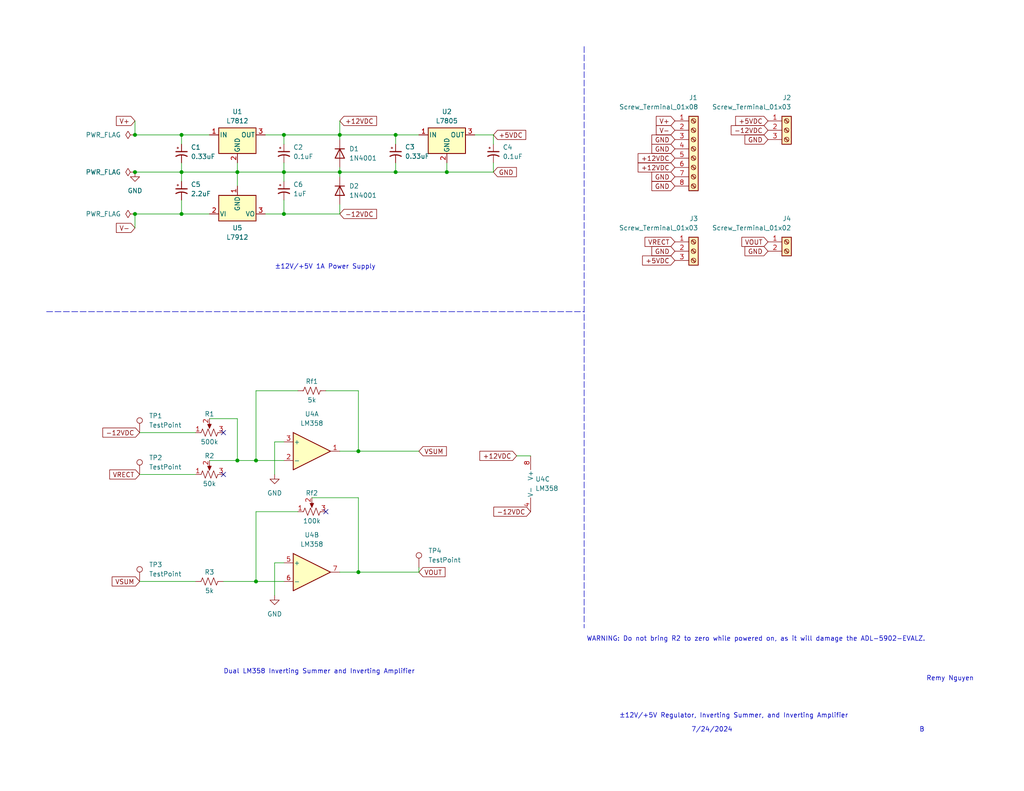
<source format=kicad_sch>
(kicad_sch (version 20230121) (generator eeschema)

  (uuid 0e389307-4ee7-48a5-9908-22ab90894211)

  (paper "USLetter")

  (lib_symbols
    (symbol "Amplifier_Operational:LM358" (pin_names (offset 0.127)) (in_bom yes) (on_board yes)
      (property "Reference" "U" (at 0 5.08 0)
        (effects (font (size 1.27 1.27)) (justify left))
      )
      (property "Value" "LM358" (at 0 -5.08 0)
        (effects (font (size 1.27 1.27)) (justify left))
      )
      (property "Footprint" "" (at 0 0 0)
        (effects (font (size 1.27 1.27)) hide)
      )
      (property "Datasheet" "http://www.ti.com/lit/ds/symlink/lm2904-n.pdf" (at 0 0 0)
        (effects (font (size 1.27 1.27)) hide)
      )
      (property "ki_locked" "" (at 0 0 0)
        (effects (font (size 1.27 1.27)))
      )
      (property "ki_keywords" "dual opamp" (at 0 0 0)
        (effects (font (size 1.27 1.27)) hide)
      )
      (property "ki_description" "Low-Power, Dual Operational Amplifiers, DIP-8/SOIC-8/TO-99-8" (at 0 0 0)
        (effects (font (size 1.27 1.27)) hide)
      )
      (property "ki_fp_filters" "SOIC*3.9x4.9mm*P1.27mm* DIP*W7.62mm* TO*99* OnSemi*Micro8* TSSOP*3x3mm*P0.65mm* TSSOP*4.4x3mm*P0.65mm* MSOP*3x3mm*P0.65mm* SSOP*3.9x4.9mm*P0.635mm* LFCSP*2x2mm*P0.5mm* *SIP* SOIC*5.3x6.2mm*P1.27mm*" (at 0 0 0)
        (effects (font (size 1.27 1.27)) hide)
      )
      (symbol "LM358_1_1"
        (polyline
          (pts
            (xy -5.08 5.08)
            (xy 5.08 0)
            (xy -5.08 -5.08)
            (xy -5.08 5.08)
          )
          (stroke (width 0.254) (type default))
          (fill (type background))
        )
        (pin output line (at 7.62 0 180) (length 2.54)
          (name "~" (effects (font (size 1.27 1.27))))
          (number "1" (effects (font (size 1.27 1.27))))
        )
        (pin input line (at -7.62 -2.54 0) (length 2.54)
          (name "-" (effects (font (size 1.27 1.27))))
          (number "2" (effects (font (size 1.27 1.27))))
        )
        (pin input line (at -7.62 2.54 0) (length 2.54)
          (name "+" (effects (font (size 1.27 1.27))))
          (number "3" (effects (font (size 1.27 1.27))))
        )
      )
      (symbol "LM358_2_1"
        (polyline
          (pts
            (xy -5.08 5.08)
            (xy 5.08 0)
            (xy -5.08 -5.08)
            (xy -5.08 5.08)
          )
          (stroke (width 0.254) (type default))
          (fill (type background))
        )
        (pin input line (at -7.62 2.54 0) (length 2.54)
          (name "+" (effects (font (size 1.27 1.27))))
          (number "5" (effects (font (size 1.27 1.27))))
        )
        (pin input line (at -7.62 -2.54 0) (length 2.54)
          (name "-" (effects (font (size 1.27 1.27))))
          (number "6" (effects (font (size 1.27 1.27))))
        )
        (pin output line (at 7.62 0 180) (length 2.54)
          (name "~" (effects (font (size 1.27 1.27))))
          (number "7" (effects (font (size 1.27 1.27))))
        )
      )
      (symbol "LM358_3_1"
        (pin power_in line (at -2.54 -7.62 90) (length 3.81)
          (name "V-" (effects (font (size 1.27 1.27))))
          (number "4" (effects (font (size 1.27 1.27))))
        )
        (pin power_in line (at -2.54 7.62 270) (length 3.81)
          (name "V+" (effects (font (size 1.27 1.27))))
          (number "8" (effects (font (size 1.27 1.27))))
        )
      )
    )
    (symbol "Connector:Screw_Terminal_01x02" (pin_names (offset 1.016) hide) (in_bom yes) (on_board yes)
      (property "Reference" "J" (at 0 2.54 0)
        (effects (font (size 1.27 1.27)))
      )
      (property "Value" "Screw_Terminal_01x02" (at 0 -5.08 0)
        (effects (font (size 1.27 1.27)))
      )
      (property "Footprint" "" (at 0 0 0)
        (effects (font (size 1.27 1.27)) hide)
      )
      (property "Datasheet" "~" (at 0 0 0)
        (effects (font (size 1.27 1.27)) hide)
      )
      (property "ki_keywords" "screw terminal" (at 0 0 0)
        (effects (font (size 1.27 1.27)) hide)
      )
      (property "ki_description" "Generic screw terminal, single row, 01x02, script generated (kicad-library-utils/schlib/autogen/connector/)" (at 0 0 0)
        (effects (font (size 1.27 1.27)) hide)
      )
      (property "ki_fp_filters" "TerminalBlock*:*" (at 0 0 0)
        (effects (font (size 1.27 1.27)) hide)
      )
      (symbol "Screw_Terminal_01x02_1_1"
        (rectangle (start -1.27 1.27) (end 1.27 -3.81)
          (stroke (width 0.254) (type default))
          (fill (type background))
        )
        (circle (center 0 -2.54) (radius 0.635)
          (stroke (width 0.1524) (type default))
          (fill (type none))
        )
        (polyline
          (pts
            (xy -0.5334 -2.2098)
            (xy 0.3302 -3.048)
          )
          (stroke (width 0.1524) (type default))
          (fill (type none))
        )
        (polyline
          (pts
            (xy -0.5334 0.3302)
            (xy 0.3302 -0.508)
          )
          (stroke (width 0.1524) (type default))
          (fill (type none))
        )
        (polyline
          (pts
            (xy -0.3556 -2.032)
            (xy 0.508 -2.8702)
          )
          (stroke (width 0.1524) (type default))
          (fill (type none))
        )
        (polyline
          (pts
            (xy -0.3556 0.508)
            (xy 0.508 -0.3302)
          )
          (stroke (width 0.1524) (type default))
          (fill (type none))
        )
        (circle (center 0 0) (radius 0.635)
          (stroke (width 0.1524) (type default))
          (fill (type none))
        )
        (pin passive line (at -5.08 0 0) (length 3.81)
          (name "Pin_1" (effects (font (size 1.27 1.27))))
          (number "1" (effects (font (size 1.27 1.27))))
        )
        (pin passive line (at -5.08 -2.54 0) (length 3.81)
          (name "Pin_2" (effects (font (size 1.27 1.27))))
          (number "2" (effects (font (size 1.27 1.27))))
        )
      )
    )
    (symbol "Connector:Screw_Terminal_01x03" (pin_names (offset 1.016) hide) (in_bom yes) (on_board yes)
      (property "Reference" "J" (at 0 5.08 0)
        (effects (font (size 1.27 1.27)))
      )
      (property "Value" "Screw_Terminal_01x03" (at 0 -5.08 0)
        (effects (font (size 1.27 1.27)))
      )
      (property "Footprint" "" (at 0 0 0)
        (effects (font (size 1.27 1.27)) hide)
      )
      (property "Datasheet" "~" (at 0 0 0)
        (effects (font (size 1.27 1.27)) hide)
      )
      (property "ki_keywords" "screw terminal" (at 0 0 0)
        (effects (font (size 1.27 1.27)) hide)
      )
      (property "ki_description" "Generic screw terminal, single row, 01x03, script generated (kicad-library-utils/schlib/autogen/connector/)" (at 0 0 0)
        (effects (font (size 1.27 1.27)) hide)
      )
      (property "ki_fp_filters" "TerminalBlock*:*" (at 0 0 0)
        (effects (font (size 1.27 1.27)) hide)
      )
      (symbol "Screw_Terminal_01x03_1_1"
        (rectangle (start -1.27 3.81) (end 1.27 -3.81)
          (stroke (width 0.254) (type default))
          (fill (type background))
        )
        (circle (center 0 -2.54) (radius 0.635)
          (stroke (width 0.1524) (type default))
          (fill (type none))
        )
        (polyline
          (pts
            (xy -0.5334 -2.2098)
            (xy 0.3302 -3.048)
          )
          (stroke (width 0.1524) (type default))
          (fill (type none))
        )
        (polyline
          (pts
            (xy -0.5334 0.3302)
            (xy 0.3302 -0.508)
          )
          (stroke (width 0.1524) (type default))
          (fill (type none))
        )
        (polyline
          (pts
            (xy -0.5334 2.8702)
            (xy 0.3302 2.032)
          )
          (stroke (width 0.1524) (type default))
          (fill (type none))
        )
        (polyline
          (pts
            (xy -0.3556 -2.032)
            (xy 0.508 -2.8702)
          )
          (stroke (width 0.1524) (type default))
          (fill (type none))
        )
        (polyline
          (pts
            (xy -0.3556 0.508)
            (xy 0.508 -0.3302)
          )
          (stroke (width 0.1524) (type default))
          (fill (type none))
        )
        (polyline
          (pts
            (xy -0.3556 3.048)
            (xy 0.508 2.2098)
          )
          (stroke (width 0.1524) (type default))
          (fill (type none))
        )
        (circle (center 0 0) (radius 0.635)
          (stroke (width 0.1524) (type default))
          (fill (type none))
        )
        (circle (center 0 2.54) (radius 0.635)
          (stroke (width 0.1524) (type default))
          (fill (type none))
        )
        (pin passive line (at -5.08 2.54 0) (length 3.81)
          (name "Pin_1" (effects (font (size 1.27 1.27))))
          (number "1" (effects (font (size 1.27 1.27))))
        )
        (pin passive line (at -5.08 0 0) (length 3.81)
          (name "Pin_2" (effects (font (size 1.27 1.27))))
          (number "2" (effects (font (size 1.27 1.27))))
        )
        (pin passive line (at -5.08 -2.54 0) (length 3.81)
          (name "Pin_3" (effects (font (size 1.27 1.27))))
          (number "3" (effects (font (size 1.27 1.27))))
        )
      )
    )
    (symbol "Connector:Screw_Terminal_01x08" (pin_names (offset 1.016) hide) (in_bom yes) (on_board yes)
      (property "Reference" "J" (at 0 10.16 0)
        (effects (font (size 1.27 1.27)))
      )
      (property "Value" "Screw_Terminal_01x08" (at 0 -12.7 0)
        (effects (font (size 1.27 1.27)))
      )
      (property "Footprint" "" (at 0 0 0)
        (effects (font (size 1.27 1.27)) hide)
      )
      (property "Datasheet" "~" (at 0 0 0)
        (effects (font (size 1.27 1.27)) hide)
      )
      (property "ki_keywords" "screw terminal" (at 0 0 0)
        (effects (font (size 1.27 1.27)) hide)
      )
      (property "ki_description" "Generic screw terminal, single row, 01x08, script generated (kicad-library-utils/schlib/autogen/connector/)" (at 0 0 0)
        (effects (font (size 1.27 1.27)) hide)
      )
      (property "ki_fp_filters" "TerminalBlock*:*" (at 0 0 0)
        (effects (font (size 1.27 1.27)) hide)
      )
      (symbol "Screw_Terminal_01x08_1_1"
        (rectangle (start -1.27 8.89) (end 1.27 -11.43)
          (stroke (width 0.254) (type default))
          (fill (type background))
        )
        (circle (center 0 -10.16) (radius 0.635)
          (stroke (width 0.1524) (type default))
          (fill (type none))
        )
        (circle (center 0 -7.62) (radius 0.635)
          (stroke (width 0.1524) (type default))
          (fill (type none))
        )
        (circle (center 0 -5.08) (radius 0.635)
          (stroke (width 0.1524) (type default))
          (fill (type none))
        )
        (circle (center 0 -2.54) (radius 0.635)
          (stroke (width 0.1524) (type default))
          (fill (type none))
        )
        (polyline
          (pts
            (xy -0.5334 -9.8298)
            (xy 0.3302 -10.668)
          )
          (stroke (width 0.1524) (type default))
          (fill (type none))
        )
        (polyline
          (pts
            (xy -0.5334 -7.2898)
            (xy 0.3302 -8.128)
          )
          (stroke (width 0.1524) (type default))
          (fill (type none))
        )
        (polyline
          (pts
            (xy -0.5334 -4.7498)
            (xy 0.3302 -5.588)
          )
          (stroke (width 0.1524) (type default))
          (fill (type none))
        )
        (polyline
          (pts
            (xy -0.5334 -2.2098)
            (xy 0.3302 -3.048)
          )
          (stroke (width 0.1524) (type default))
          (fill (type none))
        )
        (polyline
          (pts
            (xy -0.5334 0.3302)
            (xy 0.3302 -0.508)
          )
          (stroke (width 0.1524) (type default))
          (fill (type none))
        )
        (polyline
          (pts
            (xy -0.5334 2.8702)
            (xy 0.3302 2.032)
          )
          (stroke (width 0.1524) (type default))
          (fill (type none))
        )
        (polyline
          (pts
            (xy -0.5334 5.4102)
            (xy 0.3302 4.572)
          )
          (stroke (width 0.1524) (type default))
          (fill (type none))
        )
        (polyline
          (pts
            (xy -0.5334 7.9502)
            (xy 0.3302 7.112)
          )
          (stroke (width 0.1524) (type default))
          (fill (type none))
        )
        (polyline
          (pts
            (xy -0.3556 -9.652)
            (xy 0.508 -10.4902)
          )
          (stroke (width 0.1524) (type default))
          (fill (type none))
        )
        (polyline
          (pts
            (xy -0.3556 -7.112)
            (xy 0.508 -7.9502)
          )
          (stroke (width 0.1524) (type default))
          (fill (type none))
        )
        (polyline
          (pts
            (xy -0.3556 -4.572)
            (xy 0.508 -5.4102)
          )
          (stroke (width 0.1524) (type default))
          (fill (type none))
        )
        (polyline
          (pts
            (xy -0.3556 -2.032)
            (xy 0.508 -2.8702)
          )
          (stroke (width 0.1524) (type default))
          (fill (type none))
        )
        (polyline
          (pts
            (xy -0.3556 0.508)
            (xy 0.508 -0.3302)
          )
          (stroke (width 0.1524) (type default))
          (fill (type none))
        )
        (polyline
          (pts
            (xy -0.3556 3.048)
            (xy 0.508 2.2098)
          )
          (stroke (width 0.1524) (type default))
          (fill (type none))
        )
        (polyline
          (pts
            (xy -0.3556 5.588)
            (xy 0.508 4.7498)
          )
          (stroke (width 0.1524) (type default))
          (fill (type none))
        )
        (polyline
          (pts
            (xy -0.3556 8.128)
            (xy 0.508 7.2898)
          )
          (stroke (width 0.1524) (type default))
          (fill (type none))
        )
        (circle (center 0 0) (radius 0.635)
          (stroke (width 0.1524) (type default))
          (fill (type none))
        )
        (circle (center 0 2.54) (radius 0.635)
          (stroke (width 0.1524) (type default))
          (fill (type none))
        )
        (circle (center 0 5.08) (radius 0.635)
          (stroke (width 0.1524) (type default))
          (fill (type none))
        )
        (circle (center 0 7.62) (radius 0.635)
          (stroke (width 0.1524) (type default))
          (fill (type none))
        )
        (pin passive line (at -5.08 7.62 0) (length 3.81)
          (name "Pin_1" (effects (font (size 1.27 1.27))))
          (number "1" (effects (font (size 1.27 1.27))))
        )
        (pin passive line (at -5.08 5.08 0) (length 3.81)
          (name "Pin_2" (effects (font (size 1.27 1.27))))
          (number "2" (effects (font (size 1.27 1.27))))
        )
        (pin passive line (at -5.08 2.54 0) (length 3.81)
          (name "Pin_3" (effects (font (size 1.27 1.27))))
          (number "3" (effects (font (size 1.27 1.27))))
        )
        (pin passive line (at -5.08 0 0) (length 3.81)
          (name "Pin_4" (effects (font (size 1.27 1.27))))
          (number "4" (effects (font (size 1.27 1.27))))
        )
        (pin passive line (at -5.08 -2.54 0) (length 3.81)
          (name "Pin_5" (effects (font (size 1.27 1.27))))
          (number "5" (effects (font (size 1.27 1.27))))
        )
        (pin passive line (at -5.08 -5.08 0) (length 3.81)
          (name "Pin_6" (effects (font (size 1.27 1.27))))
          (number "6" (effects (font (size 1.27 1.27))))
        )
        (pin passive line (at -5.08 -7.62 0) (length 3.81)
          (name "Pin_7" (effects (font (size 1.27 1.27))))
          (number "7" (effects (font (size 1.27 1.27))))
        )
        (pin passive line (at -5.08 -10.16 0) (length 3.81)
          (name "Pin_8" (effects (font (size 1.27 1.27))))
          (number "8" (effects (font (size 1.27 1.27))))
        )
      )
    )
    (symbol "Connector:TestPoint" (pin_numbers hide) (pin_names (offset 0.762) hide) (in_bom yes) (on_board yes)
      (property "Reference" "TP" (at 0 6.858 0)
        (effects (font (size 1.27 1.27)))
      )
      (property "Value" "TestPoint" (at 0 5.08 0)
        (effects (font (size 1.27 1.27)))
      )
      (property "Footprint" "" (at 5.08 0 0)
        (effects (font (size 1.27 1.27)) hide)
      )
      (property "Datasheet" "~" (at 5.08 0 0)
        (effects (font (size 1.27 1.27)) hide)
      )
      (property "ki_keywords" "test point tp" (at 0 0 0)
        (effects (font (size 1.27 1.27)) hide)
      )
      (property "ki_description" "test point" (at 0 0 0)
        (effects (font (size 1.27 1.27)) hide)
      )
      (property "ki_fp_filters" "Pin* Test*" (at 0 0 0)
        (effects (font (size 1.27 1.27)) hide)
      )
      (symbol "TestPoint_0_1"
        (circle (center 0 3.302) (radius 0.762)
          (stroke (width 0) (type default))
          (fill (type none))
        )
      )
      (symbol "TestPoint_1_1"
        (pin passive line (at 0 0 90) (length 2.54)
          (name "1" (effects (font (size 1.27 1.27))))
          (number "1" (effects (font (size 1.27 1.27))))
        )
      )
    )
    (symbol "Device:C_Polarized_Small_US" (pin_numbers hide) (pin_names (offset 0.254) hide) (in_bom yes) (on_board yes)
      (property "Reference" "C" (at 0.254 1.778 0)
        (effects (font (size 1.27 1.27)) (justify left))
      )
      (property "Value" "C_Polarized_Small_US" (at 0.254 -2.032 0)
        (effects (font (size 1.27 1.27)) (justify left))
      )
      (property "Footprint" "" (at 0 0 0)
        (effects (font (size 1.27 1.27)) hide)
      )
      (property "Datasheet" "~" (at 0 0 0)
        (effects (font (size 1.27 1.27)) hide)
      )
      (property "ki_keywords" "cap capacitor" (at 0 0 0)
        (effects (font (size 1.27 1.27)) hide)
      )
      (property "ki_description" "Polarized capacitor, small US symbol" (at 0 0 0)
        (effects (font (size 1.27 1.27)) hide)
      )
      (property "ki_fp_filters" "CP_*" (at 0 0 0)
        (effects (font (size 1.27 1.27)) hide)
      )
      (symbol "C_Polarized_Small_US_0_1"
        (polyline
          (pts
            (xy -1.524 0.508)
            (xy 1.524 0.508)
          )
          (stroke (width 0.3048) (type default))
          (fill (type none))
        )
        (polyline
          (pts
            (xy -1.27 1.524)
            (xy -0.762 1.524)
          )
          (stroke (width 0) (type default))
          (fill (type none))
        )
        (polyline
          (pts
            (xy -1.016 1.27)
            (xy -1.016 1.778)
          )
          (stroke (width 0) (type default))
          (fill (type none))
        )
        (arc (start 1.524 -0.762) (mid 0 -0.3734) (end -1.524 -0.762)
          (stroke (width 0.3048) (type default))
          (fill (type none))
        )
      )
      (symbol "C_Polarized_Small_US_1_1"
        (pin passive line (at 0 2.54 270) (length 2.032)
          (name "~" (effects (font (size 1.27 1.27))))
          (number "1" (effects (font (size 1.27 1.27))))
        )
        (pin passive line (at 0 -2.54 90) (length 2.032)
          (name "~" (effects (font (size 1.27 1.27))))
          (number "2" (effects (font (size 1.27 1.27))))
        )
      )
    )
    (symbol "Device:R_Potentiometer_US" (pin_names (offset 1.016) hide) (in_bom yes) (on_board yes)
      (property "Reference" "RV" (at -4.445 0 90)
        (effects (font (size 1.27 1.27)))
      )
      (property "Value" "R_Potentiometer_US" (at -2.54 0 90)
        (effects (font (size 1.27 1.27)))
      )
      (property "Footprint" "" (at 0 0 0)
        (effects (font (size 1.27 1.27)) hide)
      )
      (property "Datasheet" "~" (at 0 0 0)
        (effects (font (size 1.27 1.27)) hide)
      )
      (property "ki_keywords" "resistor variable" (at 0 0 0)
        (effects (font (size 1.27 1.27)) hide)
      )
      (property "ki_description" "Potentiometer, US symbol" (at 0 0 0)
        (effects (font (size 1.27 1.27)) hide)
      )
      (property "ki_fp_filters" "Potentiometer*" (at 0 0 0)
        (effects (font (size 1.27 1.27)) hide)
      )
      (symbol "R_Potentiometer_US_0_1"
        (polyline
          (pts
            (xy 0 -2.286)
            (xy 0 -2.54)
          )
          (stroke (width 0) (type default))
          (fill (type none))
        )
        (polyline
          (pts
            (xy 0 2.54)
            (xy 0 2.286)
          )
          (stroke (width 0) (type default))
          (fill (type none))
        )
        (polyline
          (pts
            (xy 2.54 0)
            (xy 1.524 0)
          )
          (stroke (width 0) (type default))
          (fill (type none))
        )
        (polyline
          (pts
            (xy 1.143 0)
            (xy 2.286 0.508)
            (xy 2.286 -0.508)
            (xy 1.143 0)
          )
          (stroke (width 0) (type default))
          (fill (type outline))
        )
        (polyline
          (pts
            (xy 0 -0.762)
            (xy 1.016 -1.143)
            (xy 0 -1.524)
            (xy -1.016 -1.905)
            (xy 0 -2.286)
          )
          (stroke (width 0) (type default))
          (fill (type none))
        )
        (polyline
          (pts
            (xy 0 0.762)
            (xy 1.016 0.381)
            (xy 0 0)
            (xy -1.016 -0.381)
            (xy 0 -0.762)
          )
          (stroke (width 0) (type default))
          (fill (type none))
        )
        (polyline
          (pts
            (xy 0 2.286)
            (xy 1.016 1.905)
            (xy 0 1.524)
            (xy -1.016 1.143)
            (xy 0 0.762)
          )
          (stroke (width 0) (type default))
          (fill (type none))
        )
      )
      (symbol "R_Potentiometer_US_1_1"
        (pin passive line (at 0 3.81 270) (length 1.27)
          (name "1" (effects (font (size 1.27 1.27))))
          (number "1" (effects (font (size 1.27 1.27))))
        )
        (pin passive line (at 3.81 0 180) (length 1.27)
          (name "2" (effects (font (size 1.27 1.27))))
          (number "2" (effects (font (size 1.27 1.27))))
        )
        (pin passive line (at 0 -3.81 90) (length 1.27)
          (name "3" (effects (font (size 1.27 1.27))))
          (number "3" (effects (font (size 1.27 1.27))))
        )
      )
    )
    (symbol "Device:R_US" (pin_numbers hide) (pin_names (offset 0)) (in_bom yes) (on_board yes)
      (property "Reference" "R" (at 2.54 0 90)
        (effects (font (size 1.27 1.27)))
      )
      (property "Value" "R_US" (at -2.54 0 90)
        (effects (font (size 1.27 1.27)))
      )
      (property "Footprint" "" (at 1.016 -0.254 90)
        (effects (font (size 1.27 1.27)) hide)
      )
      (property "Datasheet" "~" (at 0 0 0)
        (effects (font (size 1.27 1.27)) hide)
      )
      (property "ki_keywords" "R res resistor" (at 0 0 0)
        (effects (font (size 1.27 1.27)) hide)
      )
      (property "ki_description" "Resistor, US symbol" (at 0 0 0)
        (effects (font (size 1.27 1.27)) hide)
      )
      (property "ki_fp_filters" "R_*" (at 0 0 0)
        (effects (font (size 1.27 1.27)) hide)
      )
      (symbol "R_US_0_1"
        (polyline
          (pts
            (xy 0 -2.286)
            (xy 0 -2.54)
          )
          (stroke (width 0) (type default))
          (fill (type none))
        )
        (polyline
          (pts
            (xy 0 2.286)
            (xy 0 2.54)
          )
          (stroke (width 0) (type default))
          (fill (type none))
        )
        (polyline
          (pts
            (xy 0 -0.762)
            (xy 1.016 -1.143)
            (xy 0 -1.524)
            (xy -1.016 -1.905)
            (xy 0 -2.286)
          )
          (stroke (width 0) (type default))
          (fill (type none))
        )
        (polyline
          (pts
            (xy 0 0.762)
            (xy 1.016 0.381)
            (xy 0 0)
            (xy -1.016 -0.381)
            (xy 0 -0.762)
          )
          (stroke (width 0) (type default))
          (fill (type none))
        )
        (polyline
          (pts
            (xy 0 2.286)
            (xy 1.016 1.905)
            (xy 0 1.524)
            (xy -1.016 1.143)
            (xy 0 0.762)
          )
          (stroke (width 0) (type default))
          (fill (type none))
        )
      )
      (symbol "R_US_1_1"
        (pin passive line (at 0 3.81 270) (length 1.27)
          (name "~" (effects (font (size 1.27 1.27))))
          (number "1" (effects (font (size 1.27 1.27))))
        )
        (pin passive line (at 0 -3.81 90) (length 1.27)
          (name "~" (effects (font (size 1.27 1.27))))
          (number "2" (effects (font (size 1.27 1.27))))
        )
      )
    )
    (symbol "Diode:1N4001" (pin_numbers hide) (pin_names hide) (in_bom yes) (on_board yes)
      (property "Reference" "D" (at 0 2.54 0)
        (effects (font (size 1.27 1.27)))
      )
      (property "Value" "1N4001" (at 0 -2.54 0)
        (effects (font (size 1.27 1.27)))
      )
      (property "Footprint" "Diode_THT:D_DO-41_SOD81_P10.16mm_Horizontal" (at 0 0 0)
        (effects (font (size 1.27 1.27)) hide)
      )
      (property "Datasheet" "http://www.vishay.com/docs/88503/1n4001.pdf" (at 0 0 0)
        (effects (font (size 1.27 1.27)) hide)
      )
      (property "Sim.Device" "D" (at 0 0 0)
        (effects (font (size 1.27 1.27)) hide)
      )
      (property "Sim.Pins" "1=K 2=A" (at 0 0 0)
        (effects (font (size 1.27 1.27)) hide)
      )
      (property "ki_keywords" "diode" (at 0 0 0)
        (effects (font (size 1.27 1.27)) hide)
      )
      (property "ki_description" "50V 1A General Purpose Rectifier Diode, DO-41" (at 0 0 0)
        (effects (font (size 1.27 1.27)) hide)
      )
      (property "ki_fp_filters" "D*DO?41*" (at 0 0 0)
        (effects (font (size 1.27 1.27)) hide)
      )
      (symbol "1N4001_0_1"
        (polyline
          (pts
            (xy -1.27 1.27)
            (xy -1.27 -1.27)
          )
          (stroke (width 0.254) (type default))
          (fill (type none))
        )
        (polyline
          (pts
            (xy 1.27 0)
            (xy -1.27 0)
          )
          (stroke (width 0) (type default))
          (fill (type none))
        )
        (polyline
          (pts
            (xy 1.27 1.27)
            (xy 1.27 -1.27)
            (xy -1.27 0)
            (xy 1.27 1.27)
          )
          (stroke (width 0.254) (type default))
          (fill (type none))
        )
      )
      (symbol "1N4001_1_1"
        (pin passive line (at -3.81 0 0) (length 2.54)
          (name "K" (effects (font (size 1.27 1.27))))
          (number "1" (effects (font (size 1.27 1.27))))
        )
        (pin passive line (at 3.81 0 180) (length 2.54)
          (name "A" (effects (font (size 1.27 1.27))))
          (number "2" (effects (font (size 1.27 1.27))))
        )
      )
    )
    (symbol "Regulator_Linear:L7805" (pin_names (offset 0.254)) (in_bom yes) (on_board yes)
      (property "Reference" "U" (at -3.81 3.175 0)
        (effects (font (size 1.27 1.27)))
      )
      (property "Value" "L7805" (at 0 3.175 0)
        (effects (font (size 1.27 1.27)) (justify left))
      )
      (property "Footprint" "" (at 0.635 -3.81 0)
        (effects (font (size 1.27 1.27) italic) (justify left) hide)
      )
      (property "Datasheet" "http://www.st.com/content/ccc/resource/technical/document/datasheet/41/4f/b3/b0/12/d4/47/88/CD00000444.pdf/files/CD00000444.pdf/jcr:content/translations/en.CD00000444.pdf" (at 0 -1.27 0)
        (effects (font (size 1.27 1.27)) hide)
      )
      (property "ki_keywords" "Voltage Regulator 1.5A Positive" (at 0 0 0)
        (effects (font (size 1.27 1.27)) hide)
      )
      (property "ki_description" "Positive 1.5A 35V Linear Regulator, Fixed Output 5V, TO-220/TO-263/TO-252" (at 0 0 0)
        (effects (font (size 1.27 1.27)) hide)
      )
      (property "ki_fp_filters" "TO?252* TO?263* TO?220*" (at 0 0 0)
        (effects (font (size 1.27 1.27)) hide)
      )
      (symbol "L7805_0_1"
        (rectangle (start -5.08 1.905) (end 5.08 -5.08)
          (stroke (width 0.254) (type default))
          (fill (type background))
        )
      )
      (symbol "L7805_1_1"
        (pin power_in line (at -7.62 0 0) (length 2.54)
          (name "IN" (effects (font (size 1.27 1.27))))
          (number "1" (effects (font (size 1.27 1.27))))
        )
        (pin power_in line (at 0 -7.62 90) (length 2.54)
          (name "GND" (effects (font (size 1.27 1.27))))
          (number "2" (effects (font (size 1.27 1.27))))
        )
        (pin power_out line (at 7.62 0 180) (length 2.54)
          (name "OUT" (effects (font (size 1.27 1.27))))
          (number "3" (effects (font (size 1.27 1.27))))
        )
      )
    )
    (symbol "Regulator_Linear:L7812" (pin_names (offset 0.254)) (in_bom yes) (on_board yes)
      (property "Reference" "U" (at -3.81 3.175 0)
        (effects (font (size 1.27 1.27)))
      )
      (property "Value" "L7812" (at 0 3.175 0)
        (effects (font (size 1.27 1.27)) (justify left))
      )
      (property "Footprint" "" (at 0.635 -3.81 0)
        (effects (font (size 1.27 1.27) italic) (justify left) hide)
      )
      (property "Datasheet" "http://www.st.com/content/ccc/resource/technical/document/datasheet/41/4f/b3/b0/12/d4/47/88/CD00000444.pdf/files/CD00000444.pdf/jcr:content/translations/en.CD00000444.pdf" (at 0 -1.27 0)
        (effects (font (size 1.27 1.27)) hide)
      )
      (property "ki_keywords" "Voltage Regulator 1.5A Positive" (at 0 0 0)
        (effects (font (size 1.27 1.27)) hide)
      )
      (property "ki_description" "Positive 1.5A 35V Linear Regulator, Fixed Output 12V, TO-220/TO-263/TO-252" (at 0 0 0)
        (effects (font (size 1.27 1.27)) hide)
      )
      (property "ki_fp_filters" "TO?252* TO?263* TO?220*" (at 0 0 0)
        (effects (font (size 1.27 1.27)) hide)
      )
      (symbol "L7812_0_1"
        (rectangle (start -5.08 1.905) (end 5.08 -5.08)
          (stroke (width 0.254) (type default))
          (fill (type background))
        )
      )
      (symbol "L7812_1_1"
        (pin power_in line (at -7.62 0 0) (length 2.54)
          (name "IN" (effects (font (size 1.27 1.27))))
          (number "1" (effects (font (size 1.27 1.27))))
        )
        (pin power_in line (at 0 -7.62 90) (length 2.54)
          (name "GND" (effects (font (size 1.27 1.27))))
          (number "2" (effects (font (size 1.27 1.27))))
        )
        (pin power_out line (at 7.62 0 180) (length 2.54)
          (name "OUT" (effects (font (size 1.27 1.27))))
          (number "3" (effects (font (size 1.27 1.27))))
        )
      )
    )
    (symbol "Regulator_Linear:L7912" (pin_names (offset 0.254)) (in_bom yes) (on_board yes)
      (property "Reference" "U" (at -3.81 -3.175 0)
        (effects (font (size 1.27 1.27)))
      )
      (property "Value" "L7912" (at 0 -3.175 0)
        (effects (font (size 1.27 1.27)) (justify left))
      )
      (property "Footprint" "" (at 0 -5.08 0)
        (effects (font (size 1.27 1.27) italic) hide)
      )
      (property "Datasheet" "http://www.st.com/content/ccc/resource/technical/document/datasheet/c9/16/86/41/c7/2b/45/f2/CD00000450.pdf/files/CD00000450.pdf/jcr:content/translations/en.CD00000450.pdf" (at 0 0 0)
        (effects (font (size 1.27 1.27)) hide)
      )
      (property "ki_keywords" "Voltage Regulator 1.5A Negative" (at 0 0 0)
        (effects (font (size 1.27 1.27)) hide)
      )
      (property "ki_description" "Negative 1.5A 35V Linear Regulator, Fixed Output -12V, TO-220/TO-263" (at 0 0 0)
        (effects (font (size 1.27 1.27)) hide)
      )
      (property "ki_fp_filters" "TO?220* TO?263*" (at 0 0 0)
        (effects (font (size 1.27 1.27)) hide)
      )
      (symbol "L7912_0_1"
        (rectangle (start -5.08 5.08) (end 5.08 -1.905)
          (stroke (width 0.254) (type default))
          (fill (type background))
        )
      )
      (symbol "L7912_1_1"
        (pin power_in line (at 0 7.62 270) (length 2.54)
          (name "GND" (effects (font (size 1.27 1.27))))
          (number "1" (effects (font (size 1.27 1.27))))
        )
        (pin power_in line (at -7.62 0 0) (length 2.54)
          (name "VI" (effects (font (size 1.27 1.27))))
          (number "2" (effects (font (size 1.27 1.27))))
        )
        (pin power_out line (at 7.62 0 180) (length 2.54)
          (name "VO" (effects (font (size 1.27 1.27))))
          (number "3" (effects (font (size 1.27 1.27))))
        )
      )
    )
    (symbol "power:GND" (power) (pin_names (offset 0)) (in_bom yes) (on_board yes)
      (property "Reference" "#PWR" (at 0 -6.35 0)
        (effects (font (size 1.27 1.27)) hide)
      )
      (property "Value" "GND" (at 0 -3.81 0)
        (effects (font (size 1.27 1.27)))
      )
      (property "Footprint" "" (at 0 0 0)
        (effects (font (size 1.27 1.27)) hide)
      )
      (property "Datasheet" "" (at 0 0 0)
        (effects (font (size 1.27 1.27)) hide)
      )
      (property "ki_keywords" "global power" (at 0 0 0)
        (effects (font (size 1.27 1.27)) hide)
      )
      (property "ki_description" "Power symbol creates a global label with name \"GND\" , ground" (at 0 0 0)
        (effects (font (size 1.27 1.27)) hide)
      )
      (symbol "GND_0_1"
        (polyline
          (pts
            (xy 0 0)
            (xy 0 -1.27)
            (xy 1.27 -1.27)
            (xy 0 -2.54)
            (xy -1.27 -1.27)
            (xy 0 -1.27)
          )
          (stroke (width 0) (type default))
          (fill (type none))
        )
      )
      (symbol "GND_1_1"
        (pin power_in line (at 0 0 270) (length 0) hide
          (name "GND" (effects (font (size 1.27 1.27))))
          (number "1" (effects (font (size 1.27 1.27))))
        )
      )
    )
    (symbol "power:PWR_FLAG" (power) (pin_numbers hide) (pin_names (offset 0) hide) (in_bom yes) (on_board yes)
      (property "Reference" "#FLG" (at 0 1.905 0)
        (effects (font (size 1.27 1.27)) hide)
      )
      (property "Value" "PWR_FLAG" (at 0 3.81 0)
        (effects (font (size 1.27 1.27)))
      )
      (property "Footprint" "" (at 0 0 0)
        (effects (font (size 1.27 1.27)) hide)
      )
      (property "Datasheet" "~" (at 0 0 0)
        (effects (font (size 1.27 1.27)) hide)
      )
      (property "ki_keywords" "flag power" (at 0 0 0)
        (effects (font (size 1.27 1.27)) hide)
      )
      (property "ki_description" "Special symbol for telling ERC where power comes from" (at 0 0 0)
        (effects (font (size 1.27 1.27)) hide)
      )
      (symbol "PWR_FLAG_0_0"
        (pin power_out line (at 0 0 90) (length 0)
          (name "pwr" (effects (font (size 1.27 1.27))))
          (number "1" (effects (font (size 1.27 1.27))))
        )
      )
      (symbol "PWR_FLAG_0_1"
        (polyline
          (pts
            (xy 0 0)
            (xy 0 1.27)
            (xy -1.016 1.905)
            (xy 0 2.54)
            (xy 1.016 1.905)
            (xy 0 1.27)
          )
          (stroke (width 0) (type default))
          (fill (type none))
        )
      )
    )
  )

  (junction (at 64.77 125.73) (diameter 0) (color 0 0 0 0)
    (uuid 01595232-fd3d-4a7a-8d40-b074b3e65676)
  )
  (junction (at 77.47 58.42) (diameter 0) (color 0 0 0 0)
    (uuid 070c7cb5-622f-4cd3-add9-2b527a460184)
  )
  (junction (at 36.83 46.99) (diameter 0) (color 0 0 0 0)
    (uuid 1695bf18-f81f-4963-9b71-53e6762658af)
  )
  (junction (at 49.53 58.42) (diameter 0) (color 0 0 0 0)
    (uuid 2dbc356c-d0f5-4696-8771-c0a3b77fdf11)
  )
  (junction (at 92.71 36.83) (diameter 0) (color 0 0 0 0)
    (uuid 2fd8de15-271f-41e6-a590-7656baed0189)
  )
  (junction (at 107.95 46.99) (diameter 0) (color 0 0 0 0)
    (uuid 3602a6e7-6624-45a5-a65e-cb7b2fb36b55)
  )
  (junction (at 121.92 46.99) (diameter 0) (color 0 0 0 0)
    (uuid 43b79fdf-d706-4c7d-aa43-5a2a73d6b904)
  )
  (junction (at 49.53 46.99) (diameter 0) (color 0 0 0 0)
    (uuid 5568c2d3-a0a9-4a0a-addc-671600fbe113)
  )
  (junction (at 97.79 156.21) (diameter 0) (color 0 0 0 0)
    (uuid 6bbdb7a3-812a-4be0-8ef2-5ac9b8112bac)
  )
  (junction (at 36.83 36.83) (diameter 0) (color 0 0 0 0)
    (uuid 87d04836-f914-4ab9-8449-dd8b4e70204e)
  )
  (junction (at 107.95 36.83) (diameter 0) (color 0 0 0 0)
    (uuid 8ac7ecf1-2d64-4d27-8e8e-15ed72cad1c5)
  )
  (junction (at 69.85 125.73) (diameter 0) (color 0 0 0 0)
    (uuid 8b39858c-87ff-4986-99ef-c0370e89a2c2)
  )
  (junction (at 64.77 46.99) (diameter 0) (color 0 0 0 0)
    (uuid 8c76423f-10ee-43b9-a215-aa1a8d018b9e)
  )
  (junction (at 97.79 123.19) (diameter 0) (color 0 0 0 0)
    (uuid 95b62a3a-d55c-4aed-9880-34741b6eb73d)
  )
  (junction (at 69.85 158.75) (diameter 0) (color 0 0 0 0)
    (uuid 970a3a22-5b07-4721-8df6-a7aca5e25254)
  )
  (junction (at 92.71 46.99) (diameter 0) (color 0 0 0 0)
    (uuid a42768da-d386-4b5c-81ef-c0cec2f9f9f9)
  )
  (junction (at 77.47 36.83) (diameter 0) (color 0 0 0 0)
    (uuid b2555131-e535-4bf5-b8a3-b105409d784d)
  )
  (junction (at 77.47 46.99) (diameter 0) (color 0 0 0 0)
    (uuid b748a343-b073-425b-a2f6-b6341b6b421a)
  )
  (junction (at 49.53 36.83) (diameter 0) (color 0 0 0 0)
    (uuid d490a43f-208a-4618-8dd2-8e91249e3ec6)
  )
  (junction (at 36.83 58.42) (diameter 0) (color 0 0 0 0)
    (uuid ff7023db-53f0-4a81-834b-cbd37d4f38c9)
  )

  (no_connect (at 88.9 139.7) (uuid 48f95d3e-9050-4a29-a650-ea444594b289))
  (no_connect (at 60.96 129.54) (uuid 54eee526-16f7-4ed0-8ea2-3df6eb3e6e72))
  (no_connect (at 60.96 118.11) (uuid fed424ea-ccd4-43ff-9958-b3023b53dc26))

  (wire (pts (xy 36.83 33.02) (xy 36.83 36.83))
    (stroke (width 0) (type default))
    (uuid 0627c445-fae0-4075-a7dd-beb72a963951)
  )
  (wire (pts (xy 97.79 135.89) (xy 85.09 135.89))
    (stroke (width 0) (type default))
    (uuid 07c01f30-7261-4a41-b993-5faeebd560be)
  )
  (wire (pts (xy 97.79 123.19) (xy 114.3 123.19))
    (stroke (width 0) (type default))
    (uuid 0ace51cb-b532-4f2b-96a0-c4ddfac90067)
  )
  (wire (pts (xy 49.53 58.42) (xy 57.15 58.42))
    (stroke (width 0) (type default))
    (uuid 0aeca3c4-b9a1-4044-a3cd-5106675fb464)
  )
  (wire (pts (xy 72.39 36.83) (xy 77.47 36.83))
    (stroke (width 0) (type default))
    (uuid 0bfd9fb4-6183-40bd-a249-a0b27fd977d8)
  )
  (wire (pts (xy 64.77 46.99) (xy 77.47 46.99))
    (stroke (width 0) (type default))
    (uuid 12e93d9a-ebce-4148-8228-241f2acf6f72)
  )
  (wire (pts (xy 69.85 158.75) (xy 77.47 158.75))
    (stroke (width 0) (type default))
    (uuid 15564f53-feb8-4b15-aced-915432843ee4)
  )
  (wire (pts (xy 64.77 44.45) (xy 64.77 46.99))
    (stroke (width 0) (type default))
    (uuid 198d5469-62c5-433c-bd0f-5e87d2cb215a)
  )
  (wire (pts (xy 140.97 124.46) (xy 144.78 124.46))
    (stroke (width 0) (type default))
    (uuid 1be9ef20-0626-4efe-bbd2-897f10f40ba5)
  )
  (wire (pts (xy 92.71 55.88) (xy 92.71 58.42))
    (stroke (width 0) (type default))
    (uuid 1d2d51e2-d777-4c56-82f4-2b67c40d1f29)
  )
  (wire (pts (xy 36.83 58.42) (xy 36.83 62.23))
    (stroke (width 0) (type default))
    (uuid 25df53c9-550d-4ea8-9f54-739765895896)
  )
  (polyline (pts (xy 12.7 85.09) (xy 159.385 85.09))
    (stroke (width 0) (type dash))
    (uuid 30063e79-efd8-42cb-a913-772d12d794c0)
  )

  (wire (pts (xy 134.62 46.99) (xy 134.62 44.45))
    (stroke (width 0) (type default))
    (uuid 314d82cc-4e7c-4f58-8ae2-355cec037c50)
  )
  (wire (pts (xy 107.95 46.99) (xy 121.92 46.99))
    (stroke (width 0) (type default))
    (uuid 3b25c1b0-2c89-4fe7-abac-e6f4a99cdf25)
  )
  (wire (pts (xy 77.47 54.61) (xy 77.47 58.42))
    (stroke (width 0) (type default))
    (uuid 3b4398c2-3bc6-4b74-9032-43fc823171c7)
  )
  (wire (pts (xy 92.71 33.02) (xy 92.71 36.83))
    (stroke (width 0) (type default))
    (uuid 3e0b8b20-de9e-47c5-9cac-ee521daa4cf6)
  )
  (wire (pts (xy 92.71 45.72) (xy 92.71 46.99))
    (stroke (width 0) (type default))
    (uuid 43db1a6c-4866-4aeb-b751-02287930f4d4)
  )
  (wire (pts (xy 77.47 44.45) (xy 77.47 46.99))
    (stroke (width 0) (type default))
    (uuid 4a9f5e67-bbd6-407f-9f7a-9d460f57ee84)
  )
  (wire (pts (xy 57.15 114.3) (xy 64.77 114.3))
    (stroke (width 0) (type default))
    (uuid 567b4ab4-4e58-4e5c-944f-f1a874916285)
  )
  (wire (pts (xy 134.62 39.37) (xy 134.62 36.83))
    (stroke (width 0) (type default))
    (uuid 56a90337-c72f-4779-a44b-69e2fbfde0af)
  )
  (wire (pts (xy 49.53 46.99) (xy 64.77 46.99))
    (stroke (width 0) (type default))
    (uuid 58ae9758-d97c-482f-b64c-559d07818ac7)
  )
  (wire (pts (xy 107.95 44.45) (xy 107.95 46.99))
    (stroke (width 0) (type default))
    (uuid 593240d6-8532-47c0-a3c3-7588144d67c5)
  )
  (wire (pts (xy 74.93 120.65) (xy 74.93 129.54))
    (stroke (width 0) (type default))
    (uuid 59b4015f-f2b9-4d79-b484-684535ccd909)
  )
  (wire (pts (xy 77.47 153.67) (xy 74.93 153.67))
    (stroke (width 0) (type default))
    (uuid 5ef89e9f-390e-4928-9d58-0659ef646c85)
  )
  (wire (pts (xy 107.95 39.37) (xy 107.95 36.83))
    (stroke (width 0) (type default))
    (uuid 6276f52e-73a0-404e-a10f-334ae6d07d9f)
  )
  (wire (pts (xy 77.47 120.65) (xy 74.93 120.65))
    (stroke (width 0) (type default))
    (uuid 6475fcc3-30b3-45e2-b13b-e685c4f7e3d6)
  )
  (polyline (pts (xy 159.385 12.7) (xy 159.385 171.45))
    (stroke (width 0) (type dash))
    (uuid 67e05801-923f-4169-9730-83850529e413)
  )

  (wire (pts (xy 49.53 54.61) (xy 49.53 58.42))
    (stroke (width 0) (type default))
    (uuid 6828c94f-de2b-4172-af88-2d1de4575ba6)
  )
  (wire (pts (xy 77.47 36.83) (xy 77.47 39.37))
    (stroke (width 0) (type default))
    (uuid 699cfa89-62c5-40aa-9236-b34c4097d3ee)
  )
  (wire (pts (xy 97.79 106.68) (xy 97.79 123.19))
    (stroke (width 0) (type default))
    (uuid 6c1a966a-360b-4958-825c-294a88fc3b85)
  )
  (wire (pts (xy 64.77 114.3) (xy 64.77 125.73))
    (stroke (width 0) (type default))
    (uuid 761db7ad-91ce-4caf-ae9e-9d8d4aac3429)
  )
  (wire (pts (xy 36.83 36.83) (xy 49.53 36.83))
    (stroke (width 0) (type default))
    (uuid 84a79293-ba65-4237-8451-d60bb25bbc2e)
  )
  (wire (pts (xy 36.83 58.42) (xy 49.53 58.42))
    (stroke (width 0) (type default))
    (uuid 85e88260-aa38-4214-8296-3ac3d43f7176)
  )
  (wire (pts (xy 92.71 123.19) (xy 97.79 123.19))
    (stroke (width 0) (type default))
    (uuid 861c72b3-c363-4e9a-b775-e42df644bacf)
  )
  (wire (pts (xy 134.62 36.83) (xy 129.54 36.83))
    (stroke (width 0) (type default))
    (uuid 86a72af4-69ec-4992-a719-107890e2f5b8)
  )
  (wire (pts (xy 38.1 118.11) (xy 53.34 118.11))
    (stroke (width 0) (type default))
    (uuid 898bf76a-0f5f-49ca-98e6-96a67e08e7fd)
  )
  (wire (pts (xy 69.85 106.68) (xy 69.85 125.73))
    (stroke (width 0) (type default))
    (uuid 8b4958b2-9cc7-4e89-b048-b295f6eb196a)
  )
  (wire (pts (xy 57.15 125.73) (xy 64.77 125.73))
    (stroke (width 0) (type default))
    (uuid 8c042b7a-291c-4cd1-8b5e-efb8959d0674)
  )
  (wire (pts (xy 121.92 44.45) (xy 121.92 46.99))
    (stroke (width 0) (type default))
    (uuid 8dbf6799-af06-4437-acb9-50bf2f47064c)
  )
  (wire (pts (xy 97.79 156.21) (xy 114.3 156.21))
    (stroke (width 0) (type default))
    (uuid 9106c90e-d51d-4b57-83dc-8dc2cce000bf)
  )
  (wire (pts (xy 49.53 36.83) (xy 49.53 39.37))
    (stroke (width 0) (type default))
    (uuid 926e46ac-1f95-4989-a4d6-82d495274ac3)
  )
  (wire (pts (xy 92.71 36.83) (xy 92.71 38.1))
    (stroke (width 0) (type default))
    (uuid 946b122b-2a36-43db-b07d-3eea666894cc)
  )
  (wire (pts (xy 97.79 135.89) (xy 97.79 156.21))
    (stroke (width 0) (type default))
    (uuid 9758a3a0-1a78-4412-947f-07fb0f182e54)
  )
  (wire (pts (xy 77.47 36.83) (xy 92.71 36.83))
    (stroke (width 0) (type default))
    (uuid 98232501-a4be-4b9d-9705-2c89afde9d85)
  )
  (wire (pts (xy 92.71 46.99) (xy 92.71 48.26))
    (stroke (width 0) (type default))
    (uuid 99923579-c3c2-4851-ad57-92077b0595a0)
  )
  (wire (pts (xy 92.71 156.21) (xy 97.79 156.21))
    (stroke (width 0) (type default))
    (uuid 9d488a62-89cc-454a-8f88-c85f67c81971)
  )
  (wire (pts (xy 121.92 46.99) (xy 134.62 46.99))
    (stroke (width 0) (type default))
    (uuid 9f1f7493-67c1-49af-8892-330d31b271ca)
  )
  (wire (pts (xy 49.53 46.99) (xy 49.53 49.53))
    (stroke (width 0) (type default))
    (uuid a3de78c7-f5ce-4e1b-a203-3879a6aa7a84)
  )
  (wire (pts (xy 92.71 46.99) (xy 107.95 46.99))
    (stroke (width 0) (type default))
    (uuid a55d42c0-64b9-4724-9ea4-c0e27634495b)
  )
  (wire (pts (xy 38.1 158.75) (xy 53.34 158.75))
    (stroke (width 0) (type default))
    (uuid abb786fd-951f-4afe-81d5-b6f3799a74f8)
  )
  (wire (pts (xy 36.83 46.99) (xy 49.53 46.99))
    (stroke (width 0) (type default))
    (uuid b5766681-d529-449f-94eb-36dfd0be768c)
  )
  (wire (pts (xy 81.28 106.68) (xy 69.85 106.68))
    (stroke (width 0) (type default))
    (uuid bf8e2fd6-a12d-4ba9-ab39-e30c62b076c3)
  )
  (wire (pts (xy 77.47 46.99) (xy 77.47 49.53))
    (stroke (width 0) (type default))
    (uuid c0e586e8-80e4-4d76-9310-ef2a8ad0f9d8)
  )
  (wire (pts (xy 72.39 58.42) (xy 77.47 58.42))
    (stroke (width 0) (type default))
    (uuid c1bc5535-96c5-49b6-b0a5-1018c8601a97)
  )
  (wire (pts (xy 60.96 158.75) (xy 69.85 158.75))
    (stroke (width 0) (type default))
    (uuid c2df970e-e67e-48e3-bdbb-d5bffaab9494)
  )
  (wire (pts (xy 49.53 36.83) (xy 57.15 36.83))
    (stroke (width 0) (type default))
    (uuid c32a4c49-f750-4626-9959-91606a0523b0)
  )
  (wire (pts (xy 81.28 139.7) (xy 69.85 139.7))
    (stroke (width 0) (type default))
    (uuid cd224600-089a-40b3-97d4-0d867ffbd163)
  )
  (wire (pts (xy 38.1 129.54) (xy 53.34 129.54))
    (stroke (width 0) (type default))
    (uuid d0f4c089-4113-4216-b2db-33726a6aae22)
  )
  (wire (pts (xy 114.3 154.94) (xy 114.3 156.21))
    (stroke (width 0) (type default))
    (uuid d433c0bf-c969-4495-897b-5e99b21713df)
  )
  (wire (pts (xy 77.47 58.42) (xy 92.71 58.42))
    (stroke (width 0) (type default))
    (uuid d4965a83-295c-4e30-81c9-bb4613403171)
  )
  (wire (pts (xy 49.53 44.45) (xy 49.53 46.99))
    (stroke (width 0) (type default))
    (uuid d4f32802-018b-48f6-b240-b50d0f48d55e)
  )
  (wire (pts (xy 74.93 153.67) (xy 74.93 162.56))
    (stroke (width 0) (type default))
    (uuid d5829d99-1ab1-42ca-9d8b-e8d0554e5f23)
  )
  (wire (pts (xy 92.71 36.83) (xy 107.95 36.83))
    (stroke (width 0) (type default))
    (uuid d9af60d0-0cb5-48ca-931c-ba1c57ec74fb)
  )
  (wire (pts (xy 107.95 36.83) (xy 114.3 36.83))
    (stroke (width 0) (type default))
    (uuid e27405b0-dbc3-43ff-ab95-3d6e3a216fe1)
  )
  (wire (pts (xy 64.77 46.99) (xy 64.77 50.8))
    (stroke (width 0) (type default))
    (uuid ebc02994-7d3e-4e93-a9e7-eeb5e25ea6fd)
  )
  (wire (pts (xy 64.77 125.73) (xy 69.85 125.73))
    (stroke (width 0) (type default))
    (uuid ee47cd8a-942d-4586-a328-e3c6f5d0dd52)
  )
  (wire (pts (xy 69.85 139.7) (xy 69.85 158.75))
    (stroke (width 0) (type default))
    (uuid f4762af4-5f5c-4b62-9512-5b9941171383)
  )
  (wire (pts (xy 97.79 106.68) (xy 88.9 106.68))
    (stroke (width 0) (type default))
    (uuid f5ca0cb2-0747-4549-a133-8d251d10c7ad)
  )
  (wire (pts (xy 77.47 46.99) (xy 92.71 46.99))
    (stroke (width 0) (type default))
    (uuid f5cb5ecf-4f91-4620-9d68-4c551f62b43a)
  )
  (wire (pts (xy 69.85 125.73) (xy 77.47 125.73))
    (stroke (width 0) (type default))
    (uuid fb2d66d2-7359-4236-a901-010f35db3506)
  )

  (text "7/24/2024" (at 188.595 200.025 0)
    (effects (font (size 1.27 1.27)) (justify left bottom))
    (uuid 115004c5-5b21-4c16-98a3-cc88203a266f)
  )
  (text "Dual LM358 Inverting Summer and Inverting Amplifier"
    (at 60.96 184.15 0)
    (effects (font (size 1.27 1.27)) (justify left bottom))
    (uuid 5490d266-f5ba-489a-810e-16df36205c41)
  )
  (text "±12V/+5V 1A Power Supply" (at 74.93 73.66 0)
    (effects (font (size 1.27 1.27)) (justify left bottom))
    (uuid 75dcba08-3293-4258-b1fd-10f01c075313)
  )
  (text "WARNING: Do not bring R2 to zero while powered on, as it will damage the ADL-5902-EVALZ."
    (at 160.02 175.26 0)
    (effects (font (size 1.27 1.27)) (justify left bottom))
    (uuid 7fc41a43-34e2-4433-923d-3342464cf3d3)
  )
  (text "Remy Nguyen" (at 252.73 186.055 0)
    (effects (font (size 1.27 1.27)) (justify left bottom))
    (uuid c6478efe-ac44-4e8f-88d6-f17050a2957f)
  )
  (text "±12V/+5V Regulator, Inverting Summer, and Inverting Amplifier\n"
    (at 168.91 196.215 0)
    (effects (font (size 1.27 1.27)) (justify left bottom))
    (uuid f6967fbc-47c4-4be0-8a77-218de6572856)
  )
  (text "B" (at 250.825 200.025 0)
    (effects (font (size 1.27 1.27)) (justify left bottom))
    (uuid fb03fd99-1f81-4a18-8721-d1f810d1b227)
  )

  (global_label "GND" (shape input) (at 184.15 68.58 180) (fields_autoplaced)
    (effects (font (size 1.27 1.27)) (justify right))
    (uuid 0cbd6afa-c1fa-4188-ba9f-de0f78967ff5)
    (property "Intersheetrefs" "${INTERSHEET_REFS}" (at 177.3737 68.58 0)
      (effects (font (size 1.27 1.27)) (justify right) hide)
    )
  )
  (global_label "GND" (shape input) (at 184.15 50.8 180) (fields_autoplaced)
    (effects (font (size 1.27 1.27)) (justify right))
    (uuid 144c3b95-236b-4d5c-a881-8cf93c5c47fa)
    (property "Intersheetrefs" "${INTERSHEET_REFS}" (at 177.3737 50.8 0)
      (effects (font (size 1.27 1.27)) (justify right) hide)
    )
  )
  (global_label "V+" (shape input) (at 36.83 33.02 180) (fields_autoplaced)
    (effects (font (size 1.27 1.27)) (justify right))
    (uuid 16338aad-f8a4-4725-91c9-78bd3352f2d4)
    (property "Intersheetrefs" "${INTERSHEET_REFS}" (at 31.2632 33.02 0)
      (effects (font (size 1.27 1.27)) (justify right) hide)
    )
  )
  (global_label "-12VDC" (shape input) (at 209.55 35.56 180) (fields_autoplaced)
    (effects (font (size 1.27 1.27)) (justify right))
    (uuid 2af53d7d-e9b9-46ea-8e86-531ab7f3bcf8)
    (property "Intersheetrefs" "${INTERSHEET_REFS}" (at 199.0242 35.56 0)
      (effects (font (size 1.27 1.27)) (justify right) hide)
    )
  )
  (global_label "VOUT" (shape input) (at 114.3 156.21 0) (fields_autoplaced)
    (effects (font (size 1.27 1.27)) (justify left))
    (uuid 360f7ca4-c456-4472-946b-6d9ade4ab361)
    (property "Intersheetrefs" "${INTERSHEET_REFS}" (at 121.923 156.21 0)
      (effects (font (size 1.27 1.27)) (justify left) hide)
    )
  )
  (global_label "-12VDC" (shape input) (at 38.1 118.11 180) (fields_autoplaced)
    (effects (font (size 1.27 1.27)) (justify right))
    (uuid 41563996-315c-449b-b7fc-012765828ee9)
    (property "Intersheetrefs" "${INTERSHEET_REFS}" (at 27.5742 118.11 0)
      (effects (font (size 1.27 1.27)) (justify right) hide)
    )
  )
  (global_label "-12VDC" (shape input) (at 92.71 58.42 0) (fields_autoplaced)
    (effects (font (size 1.27 1.27)) (justify left))
    (uuid 4fa817c2-696d-4cf0-bff5-c6d6b5d73267)
    (property "Intersheetrefs" "${INTERSHEET_REFS}" (at 103.2358 58.42 0)
      (effects (font (size 1.27 1.27)) (justify left) hide)
    )
  )
  (global_label "+12VDC" (shape input) (at 92.71 33.02 0) (fields_autoplaced)
    (effects (font (size 1.27 1.27)) (justify left))
    (uuid 54df5c8f-fda2-4427-b9d3-8c447ee6f857)
    (property "Intersheetrefs" "${INTERSHEET_REFS}" (at 103.2358 33.02 0)
      (effects (font (size 1.27 1.27)) (justify left) hide)
    )
  )
  (global_label "+12VDC" (shape input) (at 184.15 45.72 180) (fields_autoplaced)
    (effects (font (size 1.27 1.27)) (justify right))
    (uuid 552555aa-50ed-40e6-8561-12e772686692)
    (property "Intersheetrefs" "${INTERSHEET_REFS}" (at 173.6242 45.72 0)
      (effects (font (size 1.27 1.27)) (justify right) hide)
    )
  )
  (global_label "+5VDC" (shape input) (at 134.62 36.83 0) (fields_autoplaced)
    (effects (font (size 1.27 1.27)) (justify left))
    (uuid 5c1ff182-c48f-4407-a0d8-27359e60cfa0)
    (property "Intersheetrefs" "${INTERSHEET_REFS}" (at 143.9363 36.83 0)
      (effects (font (size 1.27 1.27)) (justify left) hide)
    )
  )
  (global_label "VOUT" (shape input) (at 209.55 66.04 180) (fields_autoplaced)
    (effects (font (size 1.27 1.27)) (justify right))
    (uuid 68258442-2f12-4a0a-a18b-6598002b7154)
    (property "Intersheetrefs" "${INTERSHEET_REFS}" (at 201.927 66.04 0)
      (effects (font (size 1.27 1.27)) (justify right) hide)
    )
  )
  (global_label "GND" (shape input) (at 209.55 38.1 180) (fields_autoplaced)
    (effects (font (size 1.27 1.27)) (justify right))
    (uuid 6f4b0793-1d96-4be9-953c-45f34f9f494f)
    (property "Intersheetrefs" "${INTERSHEET_REFS}" (at 202.7737 38.1 0)
      (effects (font (size 1.27 1.27)) (justify right) hide)
    )
  )
  (global_label "VSUM" (shape input) (at 114.3 123.19 0) (fields_autoplaced)
    (effects (font (size 1.27 1.27)) (justify left))
    (uuid 6fca1a56-c821-4f09-a236-1ce9d3bb0ade)
    (property "Intersheetrefs" "${INTERSHEET_REFS}" (at 122.2858 123.19 0)
      (effects (font (size 1.27 1.27)) (justify left) hide)
    )
  )
  (global_label "GND" (shape input) (at 184.15 38.1 180) (fields_autoplaced)
    (effects (font (size 1.27 1.27)) (justify right))
    (uuid 741add2a-1b8f-42fb-b6f3-49e6d4463d04)
    (property "Intersheetrefs" "${INTERSHEET_REFS}" (at 177.3737 38.1 0)
      (effects (font (size 1.27 1.27)) (justify right) hide)
    )
  )
  (global_label "GND" (shape input) (at 184.15 40.64 180) (fields_autoplaced)
    (effects (font (size 1.27 1.27)) (justify right))
    (uuid 7ff0dd61-28f6-442f-84c0-eb87f55605dd)
    (property "Intersheetrefs" "${INTERSHEET_REFS}" (at 177.3737 40.64 0)
      (effects (font (size 1.27 1.27)) (justify right) hide)
    )
  )
  (global_label "VSUM" (shape input) (at 38.1 158.75 180) (fields_autoplaced)
    (effects (font (size 1.27 1.27)) (justify right))
    (uuid 80dfbcc6-9af0-48b7-bb31-e7f3458c33e4)
    (property "Intersheetrefs" "${INTERSHEET_REFS}" (at 30.1142 158.75 0)
      (effects (font (size 1.27 1.27)) (justify right) hide)
    )
  )
  (global_label "GND" (shape input) (at 209.55 68.58 180) (fields_autoplaced)
    (effects (font (size 1.27 1.27)) (justify right))
    (uuid 8100fb07-f515-40ee-bc8f-fce1931928f7)
    (property "Intersheetrefs" "${INTERSHEET_REFS}" (at 202.7737 68.58 0)
      (effects (font (size 1.27 1.27)) (justify right) hide)
    )
  )
  (global_label "GND" (shape input) (at 184.15 48.26 180) (fields_autoplaced)
    (effects (font (size 1.27 1.27)) (justify right))
    (uuid 8296013a-13fe-4f7f-a891-48241fcccb5c)
    (property "Intersheetrefs" "${INTERSHEET_REFS}" (at 177.3737 48.26 0)
      (effects (font (size 1.27 1.27)) (justify right) hide)
    )
  )
  (global_label "V-" (shape input) (at 184.15 35.56 180) (fields_autoplaced)
    (effects (font (size 1.27 1.27)) (justify right))
    (uuid 84bb154c-970b-46f9-bc6a-17aceebc2572)
    (property "Intersheetrefs" "${INTERSHEET_REFS}" (at 178.5832 35.56 0)
      (effects (font (size 1.27 1.27)) (justify right) hide)
    )
  )
  (global_label "GND" (shape input) (at 134.62 46.99 0) (fields_autoplaced)
    (effects (font (size 1.27 1.27)) (justify left))
    (uuid 8796a8c8-eea0-4b65-b361-7251154e4432)
    (property "Intersheetrefs" "${INTERSHEET_REFS}" (at 141.3963 46.99 0)
      (effects (font (size 1.27 1.27)) (justify left) hide)
    )
  )
  (global_label "VRECT" (shape input) (at 184.15 66.04 180) (fields_autoplaced)
    (effects (font (size 1.27 1.27)) (justify right))
    (uuid 92fed4b5-6868-44d8-b0c2-8be78a60e896)
    (property "Intersheetrefs" "${INTERSHEET_REFS}" (at 175.499 66.04 0)
      (effects (font (size 1.27 1.27)) (justify right) hide)
    )
  )
  (global_label "+12VDC" (shape input) (at 140.97 124.46 180) (fields_autoplaced)
    (effects (font (size 1.27 1.27)) (justify right))
    (uuid 946bf957-5a12-4cf8-b9b8-c8a0f0cc20c4)
    (property "Intersheetrefs" "${INTERSHEET_REFS}" (at 130.4442 124.46 0)
      (effects (font (size 1.27 1.27)) (justify right) hide)
    )
  )
  (global_label "-12VDC" (shape input) (at 144.78 139.7 180) (fields_autoplaced)
    (effects (font (size 1.27 1.27)) (justify right))
    (uuid a405ccda-dfdf-48e0-bd94-ceb70d56040b)
    (property "Intersheetrefs" "${INTERSHEET_REFS}" (at 134.2542 139.7 0)
      (effects (font (size 1.27 1.27)) (justify right) hide)
    )
  )
  (global_label "V+" (shape input) (at 184.15 33.02 180) (fields_autoplaced)
    (effects (font (size 1.27 1.27)) (justify right))
    (uuid bd0fb6b8-c3bd-40c6-a2b5-f6b66538ea7c)
    (property "Intersheetrefs" "${INTERSHEET_REFS}" (at 178.5832 33.02 0)
      (effects (font (size 1.27 1.27)) (justify right) hide)
    )
  )
  (global_label "V-" (shape input) (at 36.83 62.23 180) (fields_autoplaced)
    (effects (font (size 1.27 1.27)) (justify right))
    (uuid cf7f6602-d219-4112-a4fb-51ff927d2f5c)
    (property "Intersheetrefs" "${INTERSHEET_REFS}" (at 31.2632 62.23 0)
      (effects (font (size 1.27 1.27)) (justify right) hide)
    )
  )
  (global_label "+5VDC" (shape input) (at 184.15 71.12 180) (fields_autoplaced)
    (effects (font (size 1.27 1.27)) (justify right))
    (uuid d1b8da8c-a04b-4e0b-9148-86b0c8bb1d63)
    (property "Intersheetrefs" "${INTERSHEET_REFS}" (at 174.8337 71.12 0)
      (effects (font (size 1.27 1.27)) (justify right) hide)
    )
  )
  (global_label "+12VDC" (shape input) (at 184.15 43.18 180) (fields_autoplaced)
    (effects (font (size 1.27 1.27)) (justify right))
    (uuid e3ce696c-fb41-4418-8940-1c94af765a7b)
    (property "Intersheetrefs" "${INTERSHEET_REFS}" (at 173.6242 43.18 0)
      (effects (font (size 1.27 1.27)) (justify right) hide)
    )
  )
  (global_label "VRECT" (shape input) (at 38.1 129.54 180) (fields_autoplaced)
    (effects (font (size 1.27 1.27)) (justify right))
    (uuid f630965c-d842-4b61-9351-7a77c7817f86)
    (property "Intersheetrefs" "${INTERSHEET_REFS}" (at 29.449 129.54 0)
      (effects (font (size 1.27 1.27)) (justify right) hide)
    )
  )
  (global_label "+5VDC" (shape input) (at 209.55 33.02 180) (fields_autoplaced)
    (effects (font (size 1.27 1.27)) (justify right))
    (uuid f86fb8a1-5f0d-4b08-abdc-38c77ce41bfa)
    (property "Intersheetrefs" "${INTERSHEET_REFS}" (at 200.2337 33.02 0)
      (effects (font (size 1.27 1.27)) (justify right) hide)
    )
  )

  (symbol (lib_id "power:PWR_FLAG") (at 36.83 58.42 90) (unit 1)
    (in_bom yes) (on_board yes) (dnp no) (fields_autoplaced)
    (uuid 04ab112e-7507-4216-829d-35c6c013fa11)
    (property "Reference" "#FLG03" (at 34.925 58.42 0)
      (effects (font (size 1.27 1.27)) hide)
    )
    (property "Value" "PWR_FLAG" (at 33.02 58.42 90)
      (effects (font (size 1.27 1.27)) (justify left))
    )
    (property "Footprint" "" (at 36.83 58.42 0)
      (effects (font (size 1.27 1.27)) hide)
    )
    (property "Datasheet" "~" (at 36.83 58.42 0)
      (effects (font (size 1.27 1.27)) hide)
    )
    (pin "1" (uuid 0bf409f3-1696-480f-90ea-f034b77018a8))
    (instances
      (project "002.35.25.05.20-001-PCB-SolarTele"
        (path "/0e389307-4ee7-48a5-9908-22ab90894211"
          (reference "#FLG03") (unit 1)
        )
      )
    )
  )

  (symbol (lib_id "Connector:TestPoint") (at 38.1 118.11 0) (unit 1)
    (in_bom yes) (on_board yes) (dnp no) (fields_autoplaced)
    (uuid 072b9d18-e158-4ec9-90dd-77cef04947e6)
    (property "Reference" "TP1" (at 40.64 113.538 0)
      (effects (font (size 1.27 1.27)) (justify left))
    )
    (property "Value" "TestPoint" (at 40.64 116.078 0)
      (effects (font (size 1.27 1.27)) (justify left))
    )
    (property "Footprint" "TestPoint:TestPoint_Loop_D2.54mm_Drill1.5mm_Beaded" (at 43.18 118.11 0)
      (effects (font (size 1.27 1.27)) hide)
    )
    (property "Datasheet" "~" (at 43.18 118.11 0)
      (effects (font (size 1.27 1.27)) hide)
    )
    (pin "1" (uuid 429e94db-360e-495c-8f46-24d82c0fe083))
    (instances
      (project "002.35.25.05.20-001-PCB-SolarTele"
        (path "/0e389307-4ee7-48a5-9908-22ab90894211"
          (reference "TP1") (unit 1)
        )
      )
    )
  )

  (symbol (lib_id "power:PWR_FLAG") (at 36.83 36.83 90) (unit 1)
    (in_bom yes) (on_board yes) (dnp no) (fields_autoplaced)
    (uuid 0f296c9d-a96d-4c8f-8f69-47b09fea8721)
    (property "Reference" "#FLG01" (at 34.925 36.83 0)
      (effects (font (size 1.27 1.27)) hide)
    )
    (property "Value" "PWR_FLAG" (at 33.02 36.83 90)
      (effects (font (size 1.27 1.27)) (justify left))
    )
    (property "Footprint" "" (at 36.83 36.83 0)
      (effects (font (size 1.27 1.27)) hide)
    )
    (property "Datasheet" "~" (at 36.83 36.83 0)
      (effects (font (size 1.27 1.27)) hide)
    )
    (pin "1" (uuid 3c072232-b4ba-425c-9522-2f9ee44d5332))
    (instances
      (project "002.35.25.05.20-001-PCB-SolarTele"
        (path "/0e389307-4ee7-48a5-9908-22ab90894211"
          (reference "#FLG01") (unit 1)
        )
      )
    )
  )

  (symbol (lib_id "Device:R_US") (at 57.15 158.75 90) (unit 1)
    (in_bom yes) (on_board yes) (dnp no)
    (uuid 13ff94e8-2127-4864-bf70-c87933b30e05)
    (property "Reference" "R3" (at 57.15 156.21 90)
      (effects (font (size 1.27 1.27)))
    )
    (property "Value" "5k" (at 57.15 161.29 90)
      (effects (font (size 1.27 1.27)))
    )
    (property "Footprint" "Resistor_THT:R_Axial_DIN0207_L6.3mm_D2.5mm_P7.62mm_Horizontal" (at 57.404 157.734 90)
      (effects (font (size 1.27 1.27)) hide)
    )
    (property "Datasheet" "~" (at 57.15 158.75 0)
      (effects (font (size 1.27 1.27)) hide)
    )
    (pin "1" (uuid 19bd14b8-e7ef-42e9-940f-4f8bd88b8443))
    (pin "2" (uuid da5fb33e-9fbd-4026-897c-e55493303917))
    (instances
      (project "002.35.25.05.20-001-PCB-SolarTele"
        (path "/0e389307-4ee7-48a5-9908-22ab90894211"
          (reference "R3") (unit 1)
        )
      )
    )
  )

  (symbol (lib_id "Connector:TestPoint") (at 38.1 158.75 0) (unit 1)
    (in_bom yes) (on_board yes) (dnp no) (fields_autoplaced)
    (uuid 17e64a4c-ad7c-4ade-9506-bf82eb9b29d4)
    (property "Reference" "TP3" (at 40.64 154.178 0)
      (effects (font (size 1.27 1.27)) (justify left))
    )
    (property "Value" "TestPoint" (at 40.64 156.718 0)
      (effects (font (size 1.27 1.27)) (justify left))
    )
    (property "Footprint" "TestPoint:TestPoint_Loop_D2.54mm_Drill1.5mm_Beaded" (at 43.18 158.75 0)
      (effects (font (size 1.27 1.27)) hide)
    )
    (property "Datasheet" "~" (at 43.18 158.75 0)
      (effects (font (size 1.27 1.27)) hide)
    )
    (pin "1" (uuid e3cf8f4a-9cb4-4bec-a682-f21f22d02b02))
    (instances
      (project "002.35.25.05.20-001-PCB-SolarTele"
        (path "/0e389307-4ee7-48a5-9908-22ab90894211"
          (reference "TP3") (unit 1)
        )
      )
    )
  )

  (symbol (lib_id "Regulator_Linear:L7912") (at 64.77 58.42 0) (unit 1)
    (in_bom yes) (on_board yes) (dnp no) (fields_autoplaced)
    (uuid 18504b47-d8a8-46da-a0a6-7e0632604284)
    (property "Reference" "U5" (at 64.77 62.23 0)
      (effects (font (size 1.27 1.27)))
    )
    (property "Value" "L7912" (at 64.77 64.77 0)
      (effects (font (size 1.27 1.27)))
    )
    (property "Footprint" "Package_TO_SOT_SMD:TO-263-2" (at 64.77 63.5 0)
      (effects (font (size 1.27 1.27) italic) hide)
    )
    (property "Datasheet" "http://www.st.com/content/ccc/resource/technical/document/datasheet/c9/16/86/41/c7/2b/45/f2/CD00000450.pdf/files/CD00000450.pdf/jcr:content/translations/en.CD00000450.pdf" (at 64.77 58.42 0)
      (effects (font (size 1.27 1.27)) hide)
    )
    (pin "1" (uuid db9da5d8-8ca6-4d20-a83c-bfd06df89e03))
    (pin "2" (uuid a41732e1-6f5e-4dee-886c-48d6a35ab7f8))
    (pin "3" (uuid 4909a86b-34ea-4811-8a08-ba69b77b9d22))
    (instances
      (project "002.35.25.05.20-001-PCB-SolarTele"
        (path "/0e389307-4ee7-48a5-9908-22ab90894211"
          (reference "U5") (unit 1)
        )
      )
    )
  )

  (symbol (lib_id "Amplifier_Operational:LM358") (at 147.32 132.08 0) (unit 3)
    (in_bom yes) (on_board yes) (dnp no) (fields_autoplaced)
    (uuid 1e0f0deb-8b25-43cb-8597-79c8b4ccf140)
    (property "Reference" "U4" (at 146.05 130.81 0)
      (effects (font (size 1.27 1.27)) (justify left))
    )
    (property "Value" "LM358" (at 146.05 133.35 0)
      (effects (font (size 1.27 1.27)) (justify left))
    )
    (property "Footprint" "Package_DIP:DIP-8_W7.62mm" (at 147.32 132.08 0)
      (effects (font (size 1.27 1.27)) hide)
    )
    (property "Datasheet" "http://www.ti.com/lit/ds/symlink/lm2904-n.pdf" (at 147.32 132.08 0)
      (effects (font (size 1.27 1.27)) hide)
    )
    (pin "1" (uuid bf997acd-8c29-442b-8881-91cd826f3049))
    (pin "2" (uuid 5ce0544e-25aa-437b-b410-f201a46c3e14))
    (pin "3" (uuid 2d06b3a4-92ab-42cf-88d8-b8c34acf189b))
    (pin "5" (uuid e2fbc423-7852-4b43-afb0-19b716e069f4))
    (pin "6" (uuid 7e6525fc-018a-4d89-95ed-ffd746bb1901))
    (pin "7" (uuid 4dc4ddfb-940d-4aa9-a030-21a2ef13e7b0))
    (pin "4" (uuid 3c54978c-de68-429c-835d-35b33fc54657))
    (pin "8" (uuid 13807296-d770-49d3-84b7-d76d585c1be5))
    (instances
      (project "002.35.25.05.20-001-PCB-SolarTele"
        (path "/0e389307-4ee7-48a5-9908-22ab90894211"
          (reference "U4") (unit 3)
        )
      )
    )
  )

  (symbol (lib_id "power:PWR_FLAG") (at 36.83 46.99 90) (unit 1)
    (in_bom yes) (on_board yes) (dnp no) (fields_autoplaced)
    (uuid 2e9b6c9b-3656-400d-a7a6-221736f2ed91)
    (property "Reference" "#FLG02" (at 34.925 46.99 0)
      (effects (font (size 1.27 1.27)) hide)
    )
    (property "Value" "PWR_FLAG" (at 33.02 46.99 90)
      (effects (font (size 1.27 1.27)) (justify left))
    )
    (property "Footprint" "" (at 36.83 46.99 0)
      (effects (font (size 1.27 1.27)) hide)
    )
    (property "Datasheet" "~" (at 36.83 46.99 0)
      (effects (font (size 1.27 1.27)) hide)
    )
    (pin "1" (uuid 14990c0d-7ffb-45d8-9178-ccaeb7fac73c))
    (instances
      (project "002.35.25.05.20-001-PCB-SolarTele"
        (path "/0e389307-4ee7-48a5-9908-22ab90894211"
          (reference "#FLG02") (unit 1)
        )
      )
    )
  )

  (symbol (lib_id "Connector:Screw_Terminal_01x03") (at 214.63 35.56 0) (unit 1)
    (in_bom yes) (on_board yes) (dnp no)
    (uuid 329d16f6-0d40-4dcd-8350-0aca5ab4c1aa)
    (property "Reference" "J2" (at 215.9 26.67 0)
      (effects (font (size 1.27 1.27)) (justify right))
    )
    (property "Value" "Screw_Terminal_01x03" (at 215.9 29.21 0)
      (effects (font (size 1.27 1.27)) (justify right))
    )
    (property "Footprint" "TerminalBlock_Phoenix:TerminalBlock_Phoenix_MKDS-3-3-5.08_1x03_P5.08mm_Horizontal" (at 214.63 35.56 0)
      (effects (font (size 1.27 1.27)) hide)
    )
    (property "Datasheet" "~" (at 214.63 35.56 0)
      (effects (font (size 1.27 1.27)) hide)
    )
    (pin "1" (uuid caab1df8-6e67-4a93-ae6f-92609c3a4535))
    (pin "2" (uuid f4401618-5a62-4fd8-bb1c-619515a25785))
    (pin "3" (uuid 418b2dca-635c-4bbd-a5ab-3bd56f62a782))
    (instances
      (project "002.35.25.05.20-001-PCB-SolarTele"
        (path "/0e389307-4ee7-48a5-9908-22ab90894211"
          (reference "J2") (unit 1)
        )
      )
    )
  )

  (symbol (lib_id "Diode:1N4001") (at 92.71 52.07 270) (unit 1)
    (in_bom yes) (on_board yes) (dnp no) (fields_autoplaced)
    (uuid 3642e984-d648-4331-9995-7279d3c00fbe)
    (property "Reference" "D2" (at 95.25 50.8 90)
      (effects (font (size 1.27 1.27)) (justify left))
    )
    (property "Value" "1N4001" (at 95.25 53.34 90)
      (effects (font (size 1.27 1.27)) (justify left))
    )
    (property "Footprint" "Diode_THT:D_DO-41_SOD81_P10.16mm_Horizontal" (at 92.71 52.07 0)
      (effects (font (size 1.27 1.27)) hide)
    )
    (property "Datasheet" "http://www.vishay.com/docs/88503/1n4001.pdf" (at 92.71 52.07 0)
      (effects (font (size 1.27 1.27)) hide)
    )
    (property "Sim.Device" "D" (at 92.71 52.07 0)
      (effects (font (size 1.27 1.27)) hide)
    )
    (property "Sim.Pins" "1=K 2=A" (at 92.71 52.07 0)
      (effects (font (size 1.27 1.27)) hide)
    )
    (pin "1" (uuid 815bc388-b1e7-4b09-8828-2acca14eaa7d))
    (pin "2" (uuid fc7abe8d-530f-409d-8e6b-d1b8846a6b72))
    (instances
      (project "002.35.25.05.20-001-PCB-SolarTele"
        (path "/0e389307-4ee7-48a5-9908-22ab90894211"
          (reference "D2") (unit 1)
        )
      )
    )
  )

  (symbol (lib_id "Device:R_US") (at 85.09 106.68 90) (unit 1)
    (in_bom yes) (on_board yes) (dnp no)
    (uuid 3c7756d7-0c3e-4636-8121-b36bd07ea451)
    (property "Reference" "Rf1" (at 85.09 104.14 90)
      (effects (font (size 1.27 1.27)))
    )
    (property "Value" "5k" (at 85.09 109.22 90)
      (effects (font (size 1.27 1.27)))
    )
    (property "Footprint" "Resistor_THT:R_Axial_DIN0207_L6.3mm_D2.5mm_P7.62mm_Horizontal" (at 85.344 105.664 90)
      (effects (font (size 1.27 1.27)) hide)
    )
    (property "Datasheet" "~" (at 85.09 106.68 0)
      (effects (font (size 1.27 1.27)) hide)
    )
    (pin "1" (uuid 5f5179e3-293f-4243-912d-058586d9595a))
    (pin "2" (uuid bb05e2a3-6a8d-4591-8216-72308ffd7bcf))
    (instances
      (project "002.35.25.05.20-001-PCB-SolarTele"
        (path "/0e389307-4ee7-48a5-9908-22ab90894211"
          (reference "Rf1") (unit 1)
        )
      )
    )
  )

  (symbol (lib_id "power:GND") (at 36.83 46.99 0) (unit 1)
    (in_bom yes) (on_board yes) (dnp no) (fields_autoplaced)
    (uuid 3dd80c0d-c42e-4a96-a35c-e7ffeb25be0f)
    (property "Reference" "#PWR01" (at 36.83 53.34 0)
      (effects (font (size 1.27 1.27)) hide)
    )
    (property "Value" "GND" (at 36.83 52.07 0)
      (effects (font (size 1.27 1.27)))
    )
    (property "Footprint" "" (at 36.83 46.99 0)
      (effects (font (size 1.27 1.27)) hide)
    )
    (property "Datasheet" "" (at 36.83 46.99 0)
      (effects (font (size 1.27 1.27)) hide)
    )
    (pin "1" (uuid 74ac34cd-23cc-4d55-815c-79edf874a79c))
    (instances
      (project "002.35.25.05.20-001-PCB-SolarTele"
        (path "/0e389307-4ee7-48a5-9908-22ab90894211"
          (reference "#PWR01") (unit 1)
        )
      )
    )
  )

  (symbol (lib_id "power:GND") (at 74.93 162.56 0) (unit 1)
    (in_bom yes) (on_board yes) (dnp no) (fields_autoplaced)
    (uuid 3de1ffb2-3a90-49ee-9a04-4b30d0f7afdd)
    (property "Reference" "#PWR03" (at 74.93 168.91 0)
      (effects (font (size 1.27 1.27)) hide)
    )
    (property "Value" "GND" (at 74.93 167.64 0)
      (effects (font (size 1.27 1.27)))
    )
    (property "Footprint" "" (at 74.93 162.56 0)
      (effects (font (size 1.27 1.27)) hide)
    )
    (property "Datasheet" "" (at 74.93 162.56 0)
      (effects (font (size 1.27 1.27)) hide)
    )
    (pin "1" (uuid b661580b-86ce-4554-8ce1-b61fd795e1af))
    (instances
      (project "002.35.25.05.20-001-PCB-SolarTele"
        (path "/0e389307-4ee7-48a5-9908-22ab90894211"
          (reference "#PWR03") (unit 1)
        )
      )
    )
  )

  (symbol (lib_id "Device:C_Polarized_Small_US") (at 134.62 41.91 0) (unit 1)
    (in_bom yes) (on_board yes) (dnp no)
    (uuid 613c26bd-e1df-4043-a5be-98cef2d5de7f)
    (property "Reference" "C4" (at 137.16 40.2082 0)
      (effects (font (size 1.27 1.27)) (justify left))
    )
    (property "Value" "0.1uF" (at 137.16 42.7482 0)
      (effects (font (size 1.27 1.27)) (justify left))
    )
    (property "Footprint" "Capacitor_Tantalum_SMD:CP_EIA-3216-10_Kemet-I_Pad1.58x1.35mm_HandSolder" (at 134.62 41.91 0)
      (effects (font (size 1.27 1.27)) hide)
    )
    (property "Datasheet" "~" (at 134.62 41.91 0)
      (effects (font (size 1.27 1.27)) hide)
    )
    (pin "1" (uuid 4361fab3-8e52-41ce-b510-992a82e2e295))
    (pin "2" (uuid 85578d71-ee43-4f7d-bb0d-60f2ae1ca4d8))
    (instances
      (project "002.35.25.05.20-001-PCB-SolarTele"
        (path "/0e389307-4ee7-48a5-9908-22ab90894211"
          (reference "C4") (unit 1)
        )
      )
    )
  )

  (symbol (lib_id "Device:R_Potentiometer_US") (at 57.15 118.11 90) (unit 1)
    (in_bom yes) (on_board yes) (dnp no)
    (uuid 65feaada-0226-41e7-ad38-000230905ea0)
    (property "Reference" "R1" (at 57.15 113.03 90)
      (effects (font (size 1.27 1.27)))
    )
    (property "Value" "500k" (at 57.15 120.65 90)
      (effects (font (size 1.27 1.27)))
    )
    (property "Footprint" "Potentiometer_THT:Potentiometer_Bourns_3386P_Vertical" (at 57.15 118.11 0)
      (effects (font (size 1.27 1.27)) hide)
    )
    (property "Datasheet" "~" (at 57.15 118.11 0)
      (effects (font (size 1.27 1.27)) hide)
    )
    (pin "1" (uuid 9aad7b08-074b-49a2-af9f-cf55deb9b58c))
    (pin "2" (uuid 0e75fc91-d379-4e2e-9b23-48f6289bd7fd))
    (pin "3" (uuid c3d2fd68-ad05-43a5-8c63-e732c97f264e))
    (instances
      (project "002.35.25.05.20-001-PCB-SolarTele"
        (path "/0e389307-4ee7-48a5-9908-22ab90894211"
          (reference "R1") (unit 1)
        )
      )
    )
  )

  (symbol (lib_id "Device:R_Potentiometer_US") (at 57.15 129.54 90) (unit 1)
    (in_bom yes) (on_board yes) (dnp no)
    (uuid 77a7f2e0-15a1-4aa6-8c69-16b81cee1e19)
    (property "Reference" "R2" (at 57.15 124.46 90)
      (effects (font (size 1.27 1.27)))
    )
    (property "Value" "50k" (at 57.15 132.08 90)
      (effects (font (size 1.27 1.27)))
    )
    (property "Footprint" "Potentiometer_THT:Potentiometer_Bourns_3386P_Vertical" (at 57.15 129.54 0)
      (effects (font (size 1.27 1.27)) hide)
    )
    (property "Datasheet" "~" (at 57.15 129.54 0)
      (effects (font (size 1.27 1.27)) hide)
    )
    (pin "1" (uuid 21dc3d8f-d60e-4109-b833-ff2879f20aff))
    (pin "2" (uuid 19c8f59e-8ce7-4c98-b243-51b08b62d85d))
    (pin "3" (uuid 3de8a8e9-66e1-4ede-bc85-22cf6bfa8d98))
    (instances
      (project "002.35.25.05.20-001-PCB-SolarTele"
        (path "/0e389307-4ee7-48a5-9908-22ab90894211"
          (reference "R2") (unit 1)
        )
      )
    )
  )

  (symbol (lib_id "Device:C_Polarized_Small_US") (at 77.47 52.07 0) (unit 1)
    (in_bom yes) (on_board yes) (dnp no) (fields_autoplaced)
    (uuid 78309f56-5a17-4e79-a6b2-11aeadd082ec)
    (property "Reference" "C6" (at 80.01 50.3682 0)
      (effects (font (size 1.27 1.27)) (justify left))
    )
    (property "Value" "1uF" (at 80.01 52.9082 0)
      (effects (font (size 1.27 1.27)) (justify left))
    )
    (property "Footprint" "Capacitor_Tantalum_SMD:CP_EIA-3216-10_Kemet-I_Pad1.58x1.35mm_HandSolder" (at 77.47 52.07 0)
      (effects (font (size 1.27 1.27)) hide)
    )
    (property "Datasheet" "~" (at 77.47 52.07 0)
      (effects (font (size 1.27 1.27)) hide)
    )
    (pin "1" (uuid 24a573c4-c6ae-415a-b2eb-0e6574cb08b2))
    (pin "2" (uuid 9bd9bd07-9e9a-40f6-97f3-114cb7764f0c))
    (instances
      (project "002.35.25.05.20-001-PCB-SolarTele"
        (path "/0e389307-4ee7-48a5-9908-22ab90894211"
          (reference "C6") (unit 1)
        )
      )
    )
  )

  (symbol (lib_id "Regulator_Linear:L7812") (at 64.77 36.83 0) (unit 1)
    (in_bom yes) (on_board yes) (dnp no) (fields_autoplaced)
    (uuid 7d45dabd-dd33-4bca-8bec-1cf48420a779)
    (property "Reference" "U1" (at 64.77 30.48 0)
      (effects (font (size 1.27 1.27)))
    )
    (property "Value" "L7812" (at 64.77 33.02 0)
      (effects (font (size 1.27 1.27)))
    )
    (property "Footprint" "Package_TO_SOT_SMD:TO-263-2" (at 65.405 40.64 0)
      (effects (font (size 1.27 1.27) italic) (justify left) hide)
    )
    (property "Datasheet" "http://www.st.com/content/ccc/resource/technical/document/datasheet/41/4f/b3/b0/12/d4/47/88/CD00000444.pdf/files/CD00000444.pdf/jcr:content/translations/en.CD00000444.pdf" (at 64.77 38.1 0)
      (effects (font (size 1.27 1.27)) hide)
    )
    (pin "1" (uuid f8692ede-5f35-4d69-beaf-db44084ff4c5))
    (pin "2" (uuid 044eea88-6da2-436d-bb0f-2dfbe2559962))
    (pin "3" (uuid ca63d2ae-bdb6-45b8-b5c9-e2e6d49b12b1))
    (instances
      (project "002.35.25.05.20-001-PCB-SolarTele"
        (path "/0e389307-4ee7-48a5-9908-22ab90894211"
          (reference "U1") (unit 1)
        )
      )
    )
  )

  (symbol (lib_id "power:GND") (at 74.93 129.54 0) (unit 1)
    (in_bom yes) (on_board yes) (dnp no) (fields_autoplaced)
    (uuid 7db4ef1b-5129-4343-8cd4-01c29d55803c)
    (property "Reference" "#PWR02" (at 74.93 135.89 0)
      (effects (font (size 1.27 1.27)) hide)
    )
    (property "Value" "GND" (at 74.93 134.62 0)
      (effects (font (size 1.27 1.27)))
    )
    (property "Footprint" "" (at 74.93 129.54 0)
      (effects (font (size 1.27 1.27)) hide)
    )
    (property "Datasheet" "" (at 74.93 129.54 0)
      (effects (font (size 1.27 1.27)) hide)
    )
    (pin "1" (uuid dc6d4024-31fe-404c-82a3-27375b486c9f))
    (instances
      (project "002.35.25.05.20-001-PCB-SolarTele"
        (path "/0e389307-4ee7-48a5-9908-22ab90894211"
          (reference "#PWR02") (unit 1)
        )
      )
    )
  )

  (symbol (lib_id "Connector:TestPoint") (at 114.3 154.94 0) (unit 1)
    (in_bom yes) (on_board yes) (dnp no) (fields_autoplaced)
    (uuid 9bec8f82-8513-42c9-9736-cc4dec9d70f5)
    (property "Reference" "TP4" (at 116.84 150.368 0)
      (effects (font (size 1.27 1.27)) (justify left))
    )
    (property "Value" "TestPoint" (at 116.84 152.908 0)
      (effects (font (size 1.27 1.27)) (justify left))
    )
    (property "Footprint" "TestPoint:TestPoint_Loop_D2.54mm_Drill1.5mm_Beaded" (at 119.38 154.94 0)
      (effects (font (size 1.27 1.27)) hide)
    )
    (property "Datasheet" "~" (at 119.38 154.94 0)
      (effects (font (size 1.27 1.27)) hide)
    )
    (pin "1" (uuid 63c07974-c952-41d0-9fdc-82895f3192e0))
    (instances
      (project "002.35.25.05.20-001-PCB-SolarTele"
        (path "/0e389307-4ee7-48a5-9908-22ab90894211"
          (reference "TP4") (unit 1)
        )
      )
    )
  )

  (symbol (lib_id "Device:C_Polarized_Small_US") (at 49.53 52.07 0) (unit 1)
    (in_bom yes) (on_board yes) (dnp no) (fields_autoplaced)
    (uuid a9187a06-5d16-4c22-8eae-8038353669c7)
    (property "Reference" "C5" (at 52.07 50.3682 0)
      (effects (font (size 1.27 1.27)) (justify left))
    )
    (property "Value" "2.2uF" (at 52.07 52.9082 0)
      (effects (font (size 1.27 1.27)) (justify left))
    )
    (property "Footprint" "Capacitor_Tantalum_SMD:CP_EIA-3216-10_Kemet-I_Pad1.58x1.35mm_HandSolder" (at 49.53 52.07 0)
      (effects (font (size 1.27 1.27)) hide)
    )
    (property "Datasheet" "~" (at 49.53 52.07 0)
      (effects (font (size 1.27 1.27)) hide)
    )
    (pin "1" (uuid 68659edc-a6c7-43b5-8e88-dd0ad8850fb5))
    (pin "2" (uuid dfbe84ae-4b93-4b56-ae9f-ab5cafb3270e))
    (instances
      (project "002.35.25.05.20-001-PCB-SolarTele"
        (path "/0e389307-4ee7-48a5-9908-22ab90894211"
          (reference "C5") (unit 1)
        )
      )
    )
  )

  (symbol (lib_id "Amplifier_Operational:LM358") (at 85.09 123.19 0) (unit 1)
    (in_bom yes) (on_board yes) (dnp no) (fields_autoplaced)
    (uuid b0c12ac4-f2b0-4d85-9875-5a9f39bd682d)
    (property "Reference" "U4" (at 85.09 113.03 0)
      (effects (font (size 1.27 1.27)))
    )
    (property "Value" "LM358" (at 85.09 115.57 0)
      (effects (font (size 1.27 1.27)))
    )
    (property "Footprint" "Package_DIP:DIP-8_W7.62mm" (at 85.09 123.19 0)
      (effects (font (size 1.27 1.27)) hide)
    )
    (property "Datasheet" "http://www.ti.com/lit/ds/symlink/lm2904-n.pdf" (at 85.09 123.19 0)
      (effects (font (size 1.27 1.27)) hide)
    )
    (pin "1" (uuid c3ffaece-4d77-4b01-b9d0-1b281de9ba91))
    (pin "2" (uuid d67df72e-dc84-48c5-9ab1-ad729fbbeb92))
    (pin "3" (uuid bd57281e-a070-4e20-8a66-c842ffe9b95b))
    (pin "5" (uuid 6f845aa6-fdcd-44f0-8932-bd7d4441e91c))
    (pin "6" (uuid 2661f466-eab4-4992-b020-1ae4a5fc0ee9))
    (pin "7" (uuid c0a6905f-1486-4241-9d22-8d77dbe50e57))
    (pin "4" (uuid bbd072d0-71da-40df-bb7a-59dcd5e2f934))
    (pin "8" (uuid 3b23b9ea-6415-49d5-a8c6-6c46e66d8af7))
    (instances
      (project "002.35.25.05.20-001-PCB-SolarTele"
        (path "/0e389307-4ee7-48a5-9908-22ab90894211"
          (reference "U4") (unit 1)
        )
      )
    )
  )

  (symbol (lib_id "Connector:Screw_Terminal_01x03") (at 189.23 68.58 0) (unit 1)
    (in_bom yes) (on_board yes) (dnp no)
    (uuid b1bbc931-a803-4723-8703-0d0ebf9209cd)
    (property "Reference" "J3" (at 190.5 59.69 0)
      (effects (font (size 1.27 1.27)) (justify right))
    )
    (property "Value" "Screw_Terminal_01x03" (at 190.5 62.23 0)
      (effects (font (size 1.27 1.27)) (justify right))
    )
    (property "Footprint" "TerminalBlock_Phoenix:TerminalBlock_Phoenix_MKDS-3-3-5.08_1x03_P5.08mm_Horizontal" (at 189.23 68.58 0)
      (effects (font (size 1.27 1.27)) hide)
    )
    (property "Datasheet" "~" (at 189.23 68.58 0)
      (effects (font (size 1.27 1.27)) hide)
    )
    (pin "1" (uuid a2e531d3-89f1-44fd-945a-e3d02797c78c))
    (pin "2" (uuid 7dfa34ea-fe16-4e20-9df7-2dfe29140acf))
    (pin "3" (uuid 5bba344e-ed21-40c2-afb6-5dbd2d2a73ca))
    (instances
      (project "002.35.25.05.20-001-PCB-SolarTele"
        (path "/0e389307-4ee7-48a5-9908-22ab90894211"
          (reference "J3") (unit 1)
        )
      )
    )
  )

  (symbol (lib_id "Device:C_Polarized_Small_US") (at 49.53 41.91 0) (unit 1)
    (in_bom yes) (on_board yes) (dnp no) (fields_autoplaced)
    (uuid b5fdfcff-4e56-480f-b9e4-e9b722730d0f)
    (property "Reference" "C1" (at 52.07 40.2082 0)
      (effects (font (size 1.27 1.27)) (justify left))
    )
    (property "Value" "0.33uF" (at 52.07 42.7482 0)
      (effects (font (size 1.27 1.27)) (justify left))
    )
    (property "Footprint" "Capacitor_Tantalum_SMD:CP_EIA-3216-10_Kemet-I_Pad1.58x1.35mm_HandSolder" (at 49.53 41.91 0)
      (effects (font (size 1.27 1.27)) hide)
    )
    (property "Datasheet" "~" (at 49.53 41.91 0)
      (effects (font (size 1.27 1.27)) hide)
    )
    (pin "1" (uuid b7e319bf-93d6-4d48-8f60-5643ee0f7a3c))
    (pin "2" (uuid 4f53282e-da51-4ecd-ac99-9af3f57dca70))
    (instances
      (project "002.35.25.05.20-001-PCB-SolarTele"
        (path "/0e389307-4ee7-48a5-9908-22ab90894211"
          (reference "C1") (unit 1)
        )
      )
    )
  )

  (symbol (lib_id "Connector:Screw_Terminal_01x02") (at 214.63 66.04 0) (unit 1)
    (in_bom yes) (on_board yes) (dnp no)
    (uuid b81f9f2a-2bb7-44ff-80b1-be41217bc034)
    (property "Reference" "J4" (at 215.9 59.69 0)
      (effects (font (size 1.27 1.27)) (justify right))
    )
    (property "Value" "Screw_Terminal_01x02" (at 215.9 62.23 0)
      (effects (font (size 1.27 1.27)) (justify right))
    )
    (property "Footprint" "TerminalBlock_Phoenix:TerminalBlock_Phoenix_MKDS-3-2-5.08_1x02_P5.08mm_Horizontal" (at 214.63 66.04 0)
      (effects (font (size 1.27 1.27)) hide)
    )
    (property "Datasheet" "~" (at 214.63 66.04 0)
      (effects (font (size 1.27 1.27)) hide)
    )
    (pin "1" (uuid dc6746fb-0308-479b-8942-e0c29597d341))
    (pin "2" (uuid fadbf24d-5cf7-410d-a5b4-60ebb59d1372))
    (instances
      (project "002.35.25.05.20-001-PCB-SolarTele"
        (path "/0e389307-4ee7-48a5-9908-22ab90894211"
          (reference "J4") (unit 1)
        )
      )
    )
  )

  (symbol (lib_id "Connector:TestPoint") (at 38.1 129.54 0) (unit 1)
    (in_bom yes) (on_board yes) (dnp no) (fields_autoplaced)
    (uuid c9ef6929-e126-4f57-9257-fa2bcb0e436c)
    (property "Reference" "TP2" (at 40.64 124.968 0)
      (effects (font (size 1.27 1.27)) (justify left))
    )
    (property "Value" "TestPoint" (at 40.64 127.508 0)
      (effects (font (size 1.27 1.27)) (justify left))
    )
    (property "Footprint" "TestPoint:TestPoint_Loop_D2.54mm_Drill1.5mm_Beaded" (at 43.18 129.54 0)
      (effects (font (size 1.27 1.27)) hide)
    )
    (property "Datasheet" "~" (at 43.18 129.54 0)
      (effects (font (size 1.27 1.27)) hide)
    )
    (pin "1" (uuid 089ab9f1-5c66-4f85-a36c-d38d13248861))
    (instances
      (project "002.35.25.05.20-001-PCB-SolarTele"
        (path "/0e389307-4ee7-48a5-9908-22ab90894211"
          (reference "TP2") (unit 1)
        )
      )
    )
  )

  (symbol (lib_id "Regulator_Linear:L7805") (at 121.92 36.83 0) (unit 1)
    (in_bom yes) (on_board yes) (dnp no) (fields_autoplaced)
    (uuid cc60d376-33ac-4128-9ed4-7f2666b51791)
    (property "Reference" "U2" (at 121.92 30.48 0)
      (effects (font (size 1.27 1.27)))
    )
    (property "Value" "L7805" (at 121.92 33.02 0)
      (effects (font (size 1.27 1.27)))
    )
    (property "Footprint" "Package_TO_SOT_SMD:TO-263-2" (at 122.555 40.64 0)
      (effects (font (size 1.27 1.27) italic) (justify left) hide)
    )
    (property "Datasheet" "http://www.st.com/content/ccc/resource/technical/document/datasheet/41/4f/b3/b0/12/d4/47/88/CD00000444.pdf/files/CD00000444.pdf/jcr:content/translations/en.CD00000444.pdf" (at 121.92 38.1 0)
      (effects (font (size 1.27 1.27)) hide)
    )
    (pin "1" (uuid 33b04d2c-9b80-4c12-8f4c-4e04df076633))
    (pin "2" (uuid a04e57e0-5921-4173-b86d-4e49d382ffe7))
    (pin "3" (uuid f6d37372-e685-4148-9041-ea3b4a78831a))
    (instances
      (project "002.35.25.05.20-001-PCB-SolarTele"
        (path "/0e389307-4ee7-48a5-9908-22ab90894211"
          (reference "U2") (unit 1)
        )
      )
    )
  )

  (symbol (lib_id "Device:C_Polarized_Small_US") (at 77.47 41.91 0) (unit 1)
    (in_bom yes) (on_board yes) (dnp no) (fields_autoplaced)
    (uuid d5eb2cfc-6d87-48af-8344-7d61213bb0a4)
    (property "Reference" "C2" (at 80.01 40.2082 0)
      (effects (font (size 1.27 1.27)) (justify left))
    )
    (property "Value" "0.1uF" (at 80.01 42.7482 0)
      (effects (font (size 1.27 1.27)) (justify left))
    )
    (property "Footprint" "Capacitor_Tantalum_SMD:CP_EIA-3216-10_Kemet-I_Pad1.58x1.35mm_HandSolder" (at 77.47 41.91 0)
      (effects (font (size 1.27 1.27)) hide)
    )
    (property "Datasheet" "~" (at 77.47 41.91 0)
      (effects (font (size 1.27 1.27)) hide)
    )
    (pin "1" (uuid f0ea1c8c-cefa-4cff-9ef0-39d173d2b142))
    (pin "2" (uuid fd446f0c-96c1-4730-9ee9-33db9ae56d3b))
    (instances
      (project "002.35.25.05.20-001-PCB-SolarTele"
        (path "/0e389307-4ee7-48a5-9908-22ab90894211"
          (reference "C2") (unit 1)
        )
      )
    )
  )

  (symbol (lib_id "Connector:Screw_Terminal_01x08") (at 189.23 40.64 0) (unit 1)
    (in_bom yes) (on_board yes) (dnp no)
    (uuid de0bc2d3-9763-4fa4-a0aa-bb37c645a68e)
    (property "Reference" "J1" (at 187.96 26.67 0)
      (effects (font (size 1.27 1.27)) (justify left))
    )
    (property "Value" "Screw_Terminal_01x08" (at 168.91 29.21 0)
      (effects (font (size 1.27 1.27)) (justify left))
    )
    (property "Footprint" "TerminalBlock_Phoenix:TerminalBlock_Phoenix_MKDS-3-8-5.08_1x08_P5.08mm_Horizontal" (at 189.23 40.64 0)
      (effects (font (size 1.27 1.27)) hide)
    )
    (property "Datasheet" "~" (at 189.23 40.64 0)
      (effects (font (size 1.27 1.27)) hide)
    )
    (pin "1" (uuid 99219732-b5a8-4752-bb4b-ed885f3c04a4))
    (pin "2" (uuid 49eab224-5131-421d-abeb-a55b303908a6))
    (pin "3" (uuid 5acf501c-27a5-44af-9ad2-3d21c85ff174))
    (pin "4" (uuid eeffc099-ea0d-4c6d-b901-2e0d66eb0635))
    (pin "5" (uuid 136a116e-ef5c-4ea1-817b-ec18a6d4ce05))
    (pin "6" (uuid 67b36e8f-5b6f-4f21-9c60-1543ea30b06b))
    (pin "7" (uuid 1ea76807-9a78-4eb7-8536-7e3f3f677ae4))
    (pin "8" (uuid a0b28dd8-365f-4fb1-825f-a1fd34d6053c))
    (instances
      (project "002.35.25.05.20-001-PCB-SolarTele"
        (path "/0e389307-4ee7-48a5-9908-22ab90894211"
          (reference "J1") (unit 1)
        )
      )
    )
  )

  (symbol (lib_id "Diode:1N4001") (at 92.71 41.91 270) (unit 1)
    (in_bom yes) (on_board yes) (dnp no) (fields_autoplaced)
    (uuid f0ba5c9b-a8ba-4978-b25c-dc2bbab6616c)
    (property "Reference" "D1" (at 95.25 40.64 90)
      (effects (font (size 1.27 1.27)) (justify left))
    )
    (property "Value" "1N4001" (at 95.25 43.18 90)
      (effects (font (size 1.27 1.27)) (justify left))
    )
    (property "Footprint" "Diode_THT:D_DO-41_SOD81_P10.16mm_Horizontal" (at 92.71 41.91 0)
      (effects (font (size 1.27 1.27)) hide)
    )
    (property "Datasheet" "http://www.vishay.com/docs/88503/1n4001.pdf" (at 92.71 41.91 0)
      (effects (font (size 1.27 1.27)) hide)
    )
    (property "Sim.Device" "D" (at 92.71 41.91 0)
      (effects (font (size 1.27 1.27)) hide)
    )
    (property "Sim.Pins" "1=K 2=A" (at 92.71 41.91 0)
      (effects (font (size 1.27 1.27)) hide)
    )
    (pin "1" (uuid 6e7bf78c-4798-43d5-be3b-29df32c8fc6c))
    (pin "2" (uuid f156df48-706f-438d-8d42-60630cdf84c4))
    (instances
      (project "002.35.25.05.20-001-PCB-SolarTele"
        (path "/0e389307-4ee7-48a5-9908-22ab90894211"
          (reference "D1") (unit 1)
        )
      )
    )
  )

  (symbol (lib_id "Amplifier_Operational:LM358") (at 85.09 156.21 0) (unit 2)
    (in_bom yes) (on_board yes) (dnp no) (fields_autoplaced)
    (uuid fab7340c-bdaa-4872-99be-3937223a0a07)
    (property "Reference" "U4" (at 85.09 146.05 0)
      (effects (font (size 1.27 1.27)))
    )
    (property "Value" "LM358" (at 85.09 148.59 0)
      (effects (font (size 1.27 1.27)))
    )
    (property "Footprint" "Package_DIP:DIP-8_W7.62mm" (at 85.09 156.21 0)
      (effects (font (size 1.27 1.27)) hide)
    )
    (property "Datasheet" "http://www.ti.com/lit/ds/symlink/lm2904-n.pdf" (at 85.09 156.21 0)
      (effects (font (size 1.27 1.27)) hide)
    )
    (pin "1" (uuid d31ea798-8c56-4a32-a7d3-87a38dcf61f2))
    (pin "2" (uuid 71f068cd-0a1d-4131-8a19-dcd16be0d8f0))
    (pin "3" (uuid beaf2f9a-7a93-4b25-8128-b144ac22b6d5))
    (pin "5" (uuid 886d033f-72c7-48cc-ba5f-474b1a69adbe))
    (pin "6" (uuid 1cac286e-1c97-45f7-855a-d2c2f3442f17))
    (pin "7" (uuid 6cb8b557-e465-4bae-914d-7625cb0c01ce))
    (pin "4" (uuid 965c222e-13b3-4107-a3ed-33f8d5ba73cc))
    (pin "8" (uuid ba1c1b7f-7594-4711-9a78-7904f9802f8e))
    (instances
      (project "002.35.25.05.20-001-PCB-SolarTele"
        (path "/0e389307-4ee7-48a5-9908-22ab90894211"
          (reference "U4") (unit 2)
        )
      )
    )
  )

  (symbol (lib_id "Device:C_Polarized_Small_US") (at 107.95 41.91 0) (unit 1)
    (in_bom yes) (on_board yes) (dnp no)
    (uuid fb2d0a2f-7dd9-4c9b-8f32-b3eae2d990e6)
    (property "Reference" "C3" (at 110.49 40.132 0)
      (effects (font (size 1.27 1.27)) (justify left))
    )
    (property "Value" "0.33uF" (at 110.49 42.672 0)
      (effects (font (size 1.27 1.27)) (justify left))
    )
    (property "Footprint" "Capacitor_Tantalum_SMD:CP_EIA-3216-10_Kemet-I_Pad1.58x1.35mm_HandSolder" (at 107.95 41.91 0)
      (effects (font (size 1.27 1.27)) hide)
    )
    (property "Datasheet" "~" (at 107.95 41.91 0)
      (effects (font (size 1.27 1.27)) hide)
    )
    (pin "1" (uuid b2d5fb06-5590-4745-b28e-246a96bf2cdd))
    (pin "2" (uuid 4d7a071a-924e-4e67-9b67-1843ef77f6c5))
    (instances
      (project "002.35.25.05.20-001-PCB-SolarTele"
        (path "/0e389307-4ee7-48a5-9908-22ab90894211"
          (reference "C3") (unit 1)
        )
      )
    )
  )

  (symbol (lib_id "Device:R_Potentiometer_US") (at 85.09 139.7 90) (unit 1)
    (in_bom yes) (on_board yes) (dnp no)
    (uuid fd2ea1c8-e767-40cb-aa23-0a92022d8e83)
    (property "Reference" "Rf2" (at 85.09 134.62 90)
      (effects (font (size 1.27 1.27)))
    )
    (property "Value" "100k" (at 85.09 142.24 90)
      (effects (font (size 1.27 1.27)))
    )
    (property "Footprint" "Potentiometer_THT:Potentiometer_Bourns_3386P_Vertical" (at 85.09 139.7 0)
      (effects (font (size 1.27 1.27)) hide)
    )
    (property "Datasheet" "~" (at 85.09 139.7 0)
      (effects (font (size 1.27 1.27)) hide)
    )
    (pin "1" (uuid 439f7d24-e182-4f6f-91e9-456eb92ac80d))
    (pin "2" (uuid c19772a9-0a9b-45ab-a5e1-79a765598fb9))
    (pin "3" (uuid d00def5c-5e84-4455-94f5-a8d6a40ed436))
    (instances
      (project "002.35.25.05.20-001-PCB-SolarTele"
        (path "/0e389307-4ee7-48a5-9908-22ab90894211"
          (reference "Rf2") (unit 1)
        )
      )
    )
  )

  (sheet_instances
    (path "/" (page "1"))
  )
)

</source>
